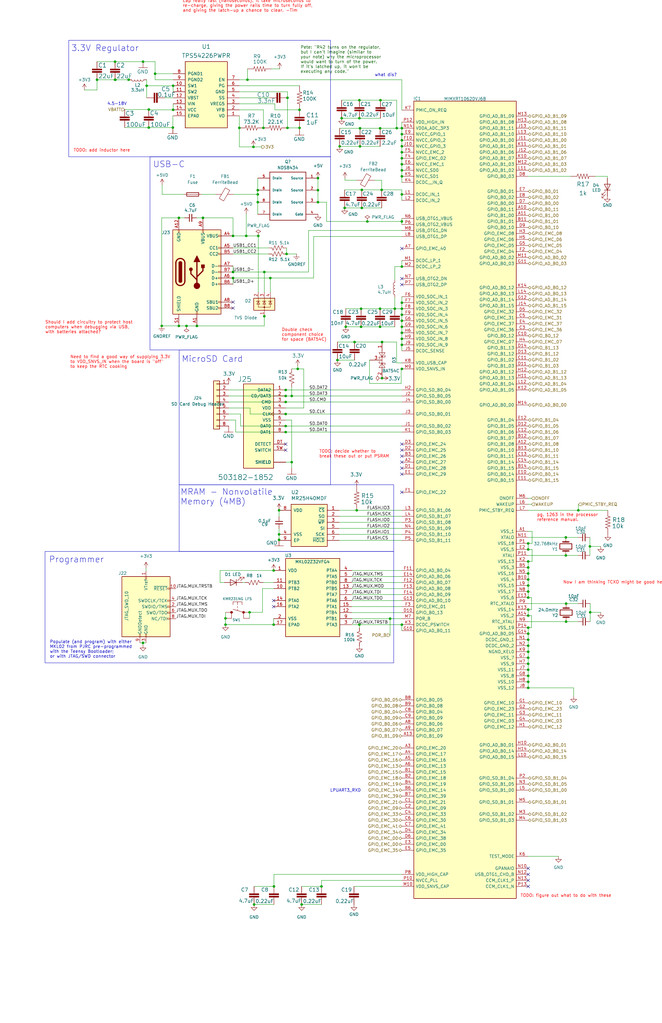
<source format=kicad_sch>
(kicad_sch (version 20230121) (generator eeschema)
  (paper "B" portrait)
  (title_block (title "RT1062_Careful_COTS") (date "2023-11-01") (rev "1.0") (company "Stanford Student Space Initiative") (comment 1 "RE: Flynn Dreilinger") (comment 2 "Reviewer 1: Pete Mahowald") (comment 3 "Reviewer 2: Tim Vrakas") (comment 4 "Reviewer 3: Grant Regen"))
  (bus_alias "3V3_RAIL" (members "3V3" "GND"))
  (bus_alias "I2C" (members "SDA" "SCL"))
  (bus_alias "JTAG" (members "TMS" "TCK" "MOD" "TDI" "TDO" "RST"))
  (bus_alias "Motor" (members "PWM_A" "PWM_B" "PWM_C" "RESET_A" "RESET_B" "RESET_C" "FAULT" "OTW" "M1"))
  (bus_alias "SPI" (members "SCK" "POCI" "PICO" "CS"))
  (junction (at 68.2498 137.541))
  (junction (at 150.5458 215.392))
  (junction (at 127.3048 381.762))
  (junction (at 238.8108 234.442))
  (junction (at 222.9358 277.622))
  (junction (at 48.5648 26.035))
  (junction (at 169.5958 82.042))
  (junction (at 161.2392 159.6136))
  (junction (at 95.1738 263.652))
  (junction (at 222.9358 249.682))
  (junction (at 166.624 130.302))
  (junction (at 222.9358 231.902))
  (junction (at 238.9378 262.382))
  (junction (at 222.9358 247.142))
  (junction (at 222.9358 275.082))
  (junction (at 107.2388 381.762))
  (junction (at 121.3358 41.275))
  (junction (at 169.5958 69.342))
  (junction (at 134.1882 75.184))
  (junction (at 222.9358 252.222))
  (junction (at 160.401 130.302))
  (junction (at 121.3358 53.975))
  (junction (at 73.0758 36.195))
  (junction (at 169.5958 66.802))
  (junction (at 149.6568 144.3736))
  (junction (at 48.6918 33.655))
  (junction (at 123.1138 195.072))
  (junction (at 111.1758 53.975))
  (junction (at 143.3576 61.7728))
  (junction (at 101.0158 53.975))
  (junction (at 151.9428 54.1528))
  (junction (at 161.0868 80.137))
  (junction (at 152.7048 87.757))
  (junction (at 54.2798 33.655))
  (junction (at 115.4938 240.792))
  (junction (at 169.5958 93.472))
  (junction (at 115.6208 374.142))
  (junction (at 169.5958 130.302))
  (junction (at 248.9708 230.632))
  (junction (at 244.094 215.392))
  (junction (at 123.1138 167.132))
  (junction (at 169.5958 112.522))
  (junction (at 120.5738 182.372))
  (junction (at 169.5958 132.842))
  (junction (at 167.4368 54.102))
  (junction (at 72.9488 53.848))
  (junction (at 169.5958 263.652))
  (junction (at 106.9594 62.0014))
  (junction (at 40.9448 33.655))
  (junction (at 85.6488 91.948))
  (junction (at 151.6888 49.911))
  (junction (at 75.4888 91.948))
  (junction (at 222.9358 264.922))
  (junction (at 222.9358 285.242))
  (junction (at 169.5958 127.762))
  (junction (at 169.5958 137.922))
  (junction (at 222.9358 242.062))
  (junction (at 222.9358 282.702))
  (junction (at 169.5958 143.002))
  (junction (at 160.5788 42.291))
  (junction (at 169.5958 74.422))
  (junction (at 152.4 137.922))
  (junction (at 160.401 137.922))
  (junction (at 111.5568 133.477))
  (junction (at 222.9358 244.602))
  (junction (at 125.6538 155.702))
  (junction (at 222.9358 259.842))
  (junction (at 169.5958 59.182))
  (junction (at 65.4558 31.115))
  (junction (at 75.4888 137.5664))
  (junction (at 142.4178 151.9936))
  (junction (at 83.1088 137.5664))
  (junction (at 152.7048 80.137))
  (junction (at 164.6428 261.112))
  (junction (at 61.8998 36.195))
  (junction (at 117.7798 225.552))
  (junction (at 151.6888 42.291))
  (junction (at 120.5738 169.672))
  (junction (at 126.4158 53.975))
  (junction (at 145.923 137.922))
  (junction (at 104.4448 33.655))
  (junction (at 144.1958 49.911))
  (junction (at 222.9358 236.982))
  (junction (at 169.5958 155.702))
  (junction (at 169.5958 64.262))
  (junction (at 161.2392 144.3736))
  (junction (at 108.7882 80.264))
  (junction (at 105.3338 258.445))
  (junction (at 78.7146 137.5664))
  (junction (at 151.9428 61.7728))
  (junction (at 48.5648 33.655))
  (junction (at 155.0416 93.472))
  (junction (at 169.5958 56.642))
  (junction (at 73.0758 46.355))
  (junction (at 169.5958 145.542))
  (junction (at 169.5958 71.882))
  (junction (at 222.9358 239.522))
  (junction (at 120.5738 174.752))
  (junction (at 249.0978 258.445))
  (junction (at 98.3488 114.808))
  (junction (at 108.7882 82.042))
  (junction (at 169.5958 140.462))
  (junction (at 117.7798 215.392))
  (junction (at 120.5738 167.132))
  (junction (at 103.9368 99.568))
  (junction (at 62.7888 53.848))
  (junction (at 134.1882 85.344))
  (junction (at 151.6888 263.652))
  (junction (at 222.9358 270.002))
  (junction (at 222.9358 229.362))
  (junction (at 117.7798 227.838))
  (junction (at 160.4518 54.1528))
  (junction (at 126.4158 46.355))
  (junction (at 222.9358 267.462))
  (junction (at 222.9358 290.322))
  (junction (at 114.0968 117.348))
  (junction (at 169.5958 54.102))
  (junction (at 222.9358 257.302))
  (junction (at 109.0168 99.568))
  (junction (at 169.5958 61.722))
  (junction (at 98.3488 117.348))
  (junction (at 134.1882 80.264))
  (junction (at 222.9358 272.542))
  (junction (at 120.5738 164.592))
  (junction (at 222.9358 280.162))
  (junction (at 108.7882 85.344))
  (junction (at 152.4 130.302))
  (junction (at 98.3488 99.568))
  (junction (at 238.9378 254.762))
  (junction (at 60.3504 271.3228))
  (junction (at 115.4938 263.652))
  (junction (at 238.8108 226.822))
  (junction (at 120.9548 107.188))
  (junction (at 111.5568 114.808))
  (junction (at 145.4658 87.757))
  (junction (at 222.9358 287.782))
  (junction (at 95.1738 260.985))
  (junction (at 169.5958 135.382))
  (junction (at 62.7888 46.228))
  (junction (at 60.3758 26.035))
  (junction (at 120.5738 179.832))
  (junction (at 135.6868 374.142))
  (no_connect (at 169.5958 104.902))
  (no_connect (at 98.3488 130.048))
  (no_connect (at 120.5738 187.452))
  (no_connect (at 169.5958 187.452))
  (no_connect (at 222.9358 374.142))
  (no_connect (at 222.9358 369.062))
  (no_connect (at 115.4938 253.492))
  (no_connect (at 169.5958 189.992))
  (no_connect (at 98.3488 127.508))
  (no_connect (at 222.9358 366.522))
  (no_connect (at 169.5958 200.152))
  (no_connect (at 120.5738 189.992))
  (no_connect (at 169.5958 117.602))
  (no_connect (at 169.5958 207.772))
  (no_connect (at 169.5958 120.142))
  (no_connect (at 169.5958 192.532))
  (no_connect (at 169.5958 197.612))
  (no_connect (at 222.9358 371.602))
  (no_connect (at 169.5958 195.072))
  (no_connect (at 115.4938 256.032))
  (wire (pts (xy 222.9358 275.082) (xy 222.9358 277.622)))
  (wire (pts (xy 111.5568 114.808) (xy 130.2258 114.808)))
  (wire (pts (xy 167.4368 54.102) (xy 169.5958 54.102)))
  (wire (pts (xy 98.3488 107.188) (xy 113.3348 107.188)))
  (wire (pts (xy 123.1138 195.072) (xy 123.1138 197.612)))
  (wire (pts (xy 243.8908 226.822) (xy 238.8108 226.822)))
  (wire (pts (xy 134.1882 75.184) (xy 134.1882 80.264)))
  (wire (pts (xy 95.1738 263.652) (xy 115.4938 263.652)))
  (wire (pts (xy 222.9358 270.002) (xy 222.9358 272.542)))
  (wire (pts (xy 148.5138 245.872) (xy 169.5958 245.872)))
  (wire (pts (xy 101.0158 48.895) (xy 101.0158 53.975)))
  (wire (pts (xy 166.624 130.302) (xy 169.5958 130.302)))
  (wire (pts (xy 222.9358 282.702) (xy 222.9358 285.242)))
  (wire (pts (xy 222.9358 231.902) (xy 224.5868 231.902)))
  (wire (pts (xy 222.9358 244.602) (xy 222.9358 247.142)))
  (wire (pts (xy 120.5738 164.592) (xy 96.52 164.592)))
  (wire (pts (xy 137.8458 85.344) (xy 137.8458 93.472)))
  (wire (pts (xy 249.0978 258.445) (xy 253.5428 258.445)))
  (wire (pts (xy 108.7882 80.264) (xy 108.7882 82.042)))
  (wire (pts (xy 244.094 215.392) (xy 244.094 212.852)))
  (wire (pts (xy 169.5958 51.562) (xy 169.5958 54.102)))
  (wire (pts (xy 135.6868 374.142) (xy 135.6868 371.602)))
  (wire (pts (xy 75.4888 137.5664) (xy 78.7146 137.5664)))
  (wire (pts (xy 160.401 130.302) (xy 166.624 130.302)))
  (wire (pts (xy 40.9448 33.655) (xy 48.5648 33.655)))
  (wire (pts (xy 164.6428 261.112) (xy 169.5958 261.112)))
  (wire (pts (xy 98.3488 117.348) (xy 114.0968 117.348)))
  (wire (pts (xy 52.6288 46.228) (xy 62.7888 46.228)))
  (wire (pts (xy 145.5928 76.073) (xy 150.5458 76.073)))
  (wire (pts (xy 169.5958 93.472) (xy 169.5958 92.202)))
  (wire (pts (xy 169.5958 109.982) (xy 169.5958 112.522)))
  (wire (pts (xy 68.4276 78.105) (xy 68.4276 82.042)))
  (wire (pts (xy 144.1958 42.291) (xy 151.6888 42.291)))
  (wire (pts (xy 253.5428 230.632) (xy 248.9708 230.632)))
  (wire (pts (xy 73.0758 43.815) (xy 73.0758 46.355)))
  (wire (pts (xy 60.3504 271.3228) (xy 61.6204 271.3228)))
  (wire (pts (xy 222.9358 254.762) (xy 238.9378 254.762)))
  (wire (pts (xy 135.6868 371.602) (xy 169.5958 371.602)))
  (wire (pts (xy 150.5458 215.392) (xy 169.5958 215.392)))
  (wire (pts (xy 166.624 112.522) (xy 166.624 118.0084)))
  (wire (pts (xy 62.7888 46.355) (xy 73.0758 46.355)))
  (wire (pts (xy 98.3488 104.648) (xy 113.3348 104.648)))
  (wire (pts (xy 101.0158 41.275) (xy 113.7158 41.275)))
  (wire (pts (xy 222.9358 249.682) (xy 222.9358 252.222)))
  (wire (pts (xy 115.4938 261.112) (xy 115.4938 263.652)))
  (wire (pts (xy 166.624 112.522) (xy 169.5958 112.522)))
  (wire (pts (xy 96.52 169.672) (xy 120.5738 169.672)))
  (wire (pts (xy 106.9594 61.976) (xy 106.934 61.976)))
  (wire (pts (xy 169.5958 99.822) (xy 132.3848 99.822)))
  (wire (pts (xy 169.5958 71.882) (xy 169.5958 74.422)))
  (wire (pts (xy 125.6538 155.702) (xy 128.1938 155.702)))
  (wire (pts (xy 143.1798 220.472) (xy 169.5958 220.472)))
  (wire (pts (xy 92.8878 240.792) (xy 115.4938 240.792)))
  (wire (pts (xy 160.5788 42.291) (xy 167.4368 42.291)))
  (wire (pts (xy 222.9358 280.162) (xy 222.9358 282.702)))
  (wire (pts (xy 249.0978 254.762) (xy 249.0978 258.445)))
  (wire (pts (xy 101.0158 53.975) (xy 101.0158 62.0014)))
  (wire (pts (xy 123.1138 177.292) (xy 123.1138 195.072)))
  (wire (pts (xy 120.9548 104.648) (xy 120.9548 107.188)))
  (wire (pts (xy 68.2498 137.541) (xy 75.3872 137.541)))
  (wire (pts (xy 222.9358 239.522) (xy 222.9358 242.062)))
  (wire (pts (xy 222.9358 287.782) (xy 222.9358 290.322)))
  (wire (pts (xy 60.3758 26.035) (xy 65.4558 26.035)))
  (wire (pts (xy 167.4368 42.291) (xy 167.4368 54.102)))
  (wire (pts (xy 224.5868 229.362) (xy 222.9358 229.362)))
  (wire (pts (xy 143.3576 54.1528) (xy 151.9428 54.1528)))
  (wire (pts (xy 65.4558 33.655) (xy 73.0758 33.655)))
  (wire (pts (xy 160.4518 54.1528) (xy 167.4368 54.1528)))
  (wire (pts (xy 72.9488 48.895) (xy 73.0758 48.895)))
  (wire (pts (xy 222.9358 361.442) (xy 235.712 361.442)))
  (wire (pts (xy 92.8878 240.792) (xy 92.8878 245.872)))
  (wire (pts (xy 48.5648 33.655) (xy 48.6918 33.655)))
  (wire (pts (xy 120.5738 195.072) (xy 123.1138 195.072)))
  (wire (pts (xy 144.1958 49.911) (xy 151.6888 49.911)))
  (wire (pts (xy 145.4658 80.137) (xy 152.7048 80.137)))
  (wire (pts (xy 48.5648 26.035) (xy 60.3758 26.035)))
  (wire (pts (xy 249.0978 262.382) (xy 249.0978 258.445)))
  (wire (pts (xy 62.7888 46.228) (xy 62.7888 46.355)))
  (wire (pts (xy 117.7798 225.552) (xy 117.7798 227.838)))
  (wire (pts (xy 102.2858 245.872) (xy 103.4288 245.872)))
  (wire (pts (xy 117.7798 227.838) (xy 117.7798 228.092)))
  (wire (pts (xy 73.0758 41.275) (xy 69.5198 41.275)))
  (wire (pts (xy 148.5138 263.652) (xy 151.6888 263.652)))
  (wire (pts (xy 59.0804 271.3228) (xy 60.3504 271.3228)))
  (wire (pts (xy 169.5958 94.742) (xy 169.5958 93.472)))
  (wire (pts (xy 127.3048 374.142) (xy 135.6868 374.142)))
  (wire (pts (xy 118.0338 29.083) (xy 118.0338 29.0576)))
  (wire (pts (xy 143.1798 217.932) (xy 169.5958 217.932)))
  (wire (pts (xy 148.5138 256.032) (xy 169.5958 256.032)))
  (wire (pts (xy 101.0158 38.735) (xy 121.3358 38.735)))
  (wire (pts (xy 152.4 137.922) (xy 160.401 137.922)))
  (wire (pts (xy 143.1798 225.552) (xy 169.5958 225.552)))
  (wire (pts (xy 108.7882 82.042) (xy 108.7882 85.344)))
  (wire (pts (xy 222.9358 215.392) (xy 244.094 215.392)))
  (wire (pts (xy 114.0968 117.348) (xy 114.0968 123.317)))
  (wire (pts (xy 95.1738 260.985) (xy 95.1738 263.652)))
  (wire (pts (xy 243.8908 234.442) (xy 238.8108 234.442)))
  (wire (pts (xy 169.5958 127.762) (xy 169.5958 130.302)))
  (wire (pts (xy 169.5958 82.042) (xy 169.5958 84.582)))
  (wire (pts (xy 130.2258 97.282) (xy 169.5958 97.282)))
  (wire (pts (xy 130.2258 114.808) (xy 130.2258 97.282)))
  (wire (pts (xy 48.6918 33.655) (xy 54.2798 33.655)))
  (wire (pts (xy 110.7948 258.445) (xy 105.3338 258.445)))
  (wire (pts (xy 169.5958 130.302) (xy 169.5958 132.842)))
  (wire (pts (xy 73.0758 31.115) (xy 65.4558 31.115)))
  (wire (pts (xy 224.3328 257.302) (xy 222.9358 257.302)))
  (wire (pts (xy 48.5648 33.655) (xy 48.5648 33.528)))
  (wire (pts (xy 65.4558 26.035) (xy 65.4558 31.115)))
  (wire (pts (xy 109.0168 123.317) (xy 109.0168 99.568)))
  (wire (pts (xy 40.9448 33.655) (xy 40.9448 37.973)))
  (wire (pts (xy 99.4664 177.292) (xy 99.4664 182.372)))
  (wire (pts (xy 98.3488 91.948) (xy 98.3488 99.568)))
  (wire (pts (xy 111.1758 46.355) (xy 111.1758 53.975)))
  (wire (pts (xy 143.1798 215.392) (xy 150.5458 215.392)))
  (wire (pts (xy 61.6204 239.8268) (xy 61.6204 240.8428)))
  (wire (pts (xy 169.5958 80.137) (xy 169.5958 82.042)))
  (wire (pts (xy 83.1088 137.5664) (xy 111.5568 137.5664)))
  (wire (pts (xy 169.5958 61.722) (xy 169.5958 64.262)))
  (wire (pts (xy 148.5138 258.572) (xy 169.5958 258.572)))
  (wire (pts (xy 244.094 215.392) (xy 256.54 215.392)))
  (wire (pts (xy 151.9428 54.1528) (xy 151.9428 56.6928)))
  (wire (pts (xy 222.9358 212.852) (xy 224.282 212.852)))
  (wire (pts (xy 169.5958 56.642) (xy 169.5958 59.182)))
  (wire (pts (xy 105.5624 174.752) (xy 120.5738 174.752)))
  (wire (pts (xy 145.923 130.302) (xy 152.4 130.302)))
  (wire (pts (xy 111.5568 133.4008) (xy 111.5568 133.477)))
  (wire (pts (xy 169.5958 69.342) (xy 169.5958 71.882)))
  (wire (pts (xy 98.3488 112.268) (xy 98.3488 114.808)))
  (wire (pts (xy 145.4658 87.757) (xy 152.7048 87.757)))
  (wire (pts (xy 104.4448 33.655) (xy 169.5958 33.655)))
  (wire (pts (xy 169.5958 333.502) (xy 169.6212 333.502)))
  (wire (pts (xy 68.2498 91.948) (xy 75.4888 91.948)))
  (wire (pts (xy 111.5568 137.5664) (xy 111.5568 133.477)))
  (wire (pts (xy 222.9358 74.422) (xy 240.9698 74.422)))
  (wire (pts (xy 151.9428 54.1528) (xy 160.4518 54.1528)))
  (wire (pts (xy 164.6428 261.112) (xy 164.6428 268.097)))
  (wire (pts (xy 222.9358 226.822) (xy 238.8108 226.822)))
  (wire (pts (xy 167.386 153.162) (xy 169.5958 153.162)))
  (wire (pts (xy 222.9358 267.462) (xy 222.9358 270.002)))
  (wire (pts (xy 151.6888 49.911) (xy 160.5788 49.911)))
  (wire (pts (xy 244.0178 262.382) (xy 238.9378 262.382)))
  (wire (pts (xy 169.5958 125.222) (xy 169.5958 127.762)))
  (wire (pts (xy 107.2388 381.762) (xy 115.6208 381.762)))
  (wire (pts (xy 116.0018 46.355) (xy 126.4158 46.355)))
  (wire (pts (xy 123.1138 163.322) (xy 123.1138 167.132)))
  (wire (pts (xy 169.5958 59.182) (xy 169.5958 61.722)))
  (wire (pts (xy 222.9358 252.222) (xy 224.3328 252.222)))
  (wire (pts (xy 120.5738 179.832) (xy 101.5492 179.832)))
  (wire (pts (xy 117.7798 218.059) (xy 117.7798 215.392)))
  (wire (pts (xy 148.5138 243.332) (xy 169.5958 243.332)))
  (wire (pts (xy 145.5928 75.311) (xy 145.5928 76.073)))
  (wire (pts (xy 132.3848 117.348) (xy 114.0968 117.348)))
  (wire (pts (xy 152.7048 87.757) (xy 161.0868 87.757)))
  (wire (pts (xy 110.4646 62.0014) (xy 106.9594 62.0014)))
  (wire (pts (xy 108.7882 75.184) (xy 108.7882 80.264)))
  (wire (pts (xy 169.5958 64.262) (xy 169.5958 66.802)))
  (wire (pts (xy 161.0868 80.137) (xy 169.5958 80.137)))
  (wire (pts (xy 75.3872 137.5664) (xy 75.4888 137.5664)))
  (wire (pts (xy 103.9368 99.568) (xy 109.0168 99.568)))
  (wire (pts (xy 222.9358 236.982) (xy 222.9358 239.522)))
  (wire (pts (xy 95.1738 258.445) (xy 95.1738 260.985)))
  (wire (pts (xy 244.0178 254.762) (xy 238.9378 254.762)))
  (wire (pts (xy 117.7798 215.138) (xy 117.7798 215.392)))
  (wire (pts (xy 101.0158 33.655) (xy 104.4448 33.655)))
  (wire (pts (xy 111.0488 245.872) (xy 115.4938 245.872)))
  (wire (pts (xy 155.956 161.8488) (xy 169.3164 161.8488)))
  (wire (pts (xy 132.3848 99.822) (xy 132.3848 117.348)))
  (wire (pts (xy 114.6048 29.083) (xy 118.0338 29.0576)))
  (wire (pts (xy 75.3872 137.5664) (xy 75.3872 137.541)))
  (wire (pts (xy 222.9358 224.282) (xy 224.5868 224.282)))
  (wire (pts (xy 169.5958 143.002) (xy 169.5958 145.542)))
  (wire (pts (xy 68.2498 137.541) (xy 68.2498 91.948)))
  (wire (pts (xy 142.4178 144.3736) (xy 149.6568 144.3736)))
  (wire (pts (xy 103.9368 99.568) (xy 98.3488 99.568)))
  (wire (pts (xy 96.52 167.132) (xy 120.5738 167.132)))
  (wire (pts (xy 92.8878 245.872) (xy 94.6658 245.872)))
  (wire (pts (xy 224.5868 236.982) (xy 222.9358 236.982)))
  (wire (pts (xy 149.4028 374.142) (xy 169.5958 374.142)))
  (wire (pts (xy 121.3358 41.275) (xy 121.3358 53.975)))
  (wire (pts (xy 151.6888 42.291) (xy 160.5788 42.291)))
  (wire (pts (xy 126.4158 53.975) (xy 126.4158 54.483)))
  (wire (pts (xy 72.9488 48.895) (xy 72.9488 53.848)))
  (wire (pts (xy 143.3576 61.7728) (xy 151.9428 61.7728)))
  (wire (pts (xy 152.4 130.302) (xy 160.401 130.302)))
  (wire (pts (xy 222.9358 257.302) (xy 222.9358 259.842)))
  (wire (pts (xy 155.956 151.9936) (xy 155.956 161.8488)))
  (wire (pts (xy 222.9358 264.922) (xy 222.9358 267.462)))
  (wire (pts (xy 151.6888 265.049) (xy 151.6888 263.652)))
  (wire (pts (xy 148.5138 253.492) (xy 169.5958 253.492)))
  (wire (pts (xy 101.0158 43.815) (xy 116.0018 43.815)))
  (wire (pts (xy 98.2218 117.348) (xy 98.3488 117.348)))
  (wire (pts (xy 105.5624 172.212) (xy 105.5624 174.752)))
  (wire (pts (xy 148.5138 248.412) (xy 169.5958 248.412)))
  (wire (pts (xy 137.8458 93.472) (xy 155.0416 93.472)))
  (wire (pts (xy 224.5868 231.902) (xy 224.5868 236.982)))
  (wire (pts (xy 105.3338 258.445) (xy 105.3338 260.985)))
  (wire (pts (xy 120.5738 169.672) (xy 169.5958 169.672)))
  (wire (pts (xy 224.5868 224.282) (xy 224.5868 229.362)))
  (wire (pts (xy 169.3164 161.8488) (xy 169.3164 155.702)))
  (wire (pts (xy 121.3358 53.975) (xy 126.4158 53.975)))
  (wire (pts (xy 169.5958 132.842) (xy 169.5958 135.382)))
  (wire (pts (xy 167.4368 54.1528) (xy 167.4368 54.102)))
  (wire (pts (xy 117.7798 223.139) (xy 117.7798 225.552)))
  (wire (pts (xy 222.9358 272.542) (xy 222.9358 275.082)))
  (wire (pts (xy 222.9358 247.142) (xy 222.9358 249.682)))
  (wire (pts (xy 83.1088 137.5664) (xy 83.1088 137.668)))
  (wire (pts (xy 101.0158 62.0014) (xy 106.9594 62.0014)))
  (wire (pts (xy 222.9358 210.312) (xy 224.282 210.312)))
  (wire (pts (xy 248.9708 234.442) (xy 248.9708 230.632)))
  (wire (pts (xy 107.2388 374.142) (xy 115.6208 374.142)))
  (wire (pts (xy 169.5958 137.922) (xy 169.5958 140.462)))
  (wire (pts (xy 143.1798 223.012) (xy 169.5958 223.012)))
  (wire (pts (xy 169.5958 66.802) (xy 169.5958 69.342)))
  (wire (pts (xy 111.5568 114.808) (xy 111.5568 123.317)))
  (wire (pts (xy 134.1882 85.344) (xy 137.8458 85.344)))
  (wire (pts (xy 98.3488 117.348) (xy 98.3488 119.888)))
  (wire (pts (xy 169.5958 145.542) (xy 169.5958 148.082)))
  (wire (pts (xy 106.9594 61.976) (xy 106.9594 62.0014)))
  (wire (pts (xy 142.4178 151.9936) (xy 149.6568 151.9936)))
  (wire (pts (xy 134.1882 80.264) (xy 134.1882 85.344)))
  (wire (pts (xy 61.8998 36.195) (xy 61.8998 41.275)))
  (wire (pts (xy 169.3164 155.702) (xy 169.5958 155.702)))
  (wire (pts (xy 125.6538 155.702) (xy 125.6538 154.432)))
  (wire (pts (xy 121.3358 38.735) (xy 121.3358 41.275)))
  (wire (pts (xy 167.386 144.3736) (xy 167.386 153.162)))
  (wire (pts (xy 169.5958 135.382) (xy 169.5958 137.922)))
  (wire (pts (xy 224.3328 264.922) (xy 222.9358 264.922)))
  (wire (pts (xy 65.4558 31.115) (xy 65.4558 33.655)))
  (wire (pts (xy 96.52 172.212) (xy 105.5624 172.212)))
  (wire (pts (xy 248.9708 230.632) (xy 248.9708 226.822)))
  (wire (pts (xy 222.9358 290.322) (xy 242.1128 290.322)))
  (wire (pts (xy 101.5492 179.832) (xy 101.5492 174.752)))
  (wire (pts (xy 60.3504 272.2118) (xy 60.3504 271.3228)))
  (wire (pts (xy 120.5738 179.832) (xy 169.5958 179.832)))
  (wire (pts (xy 108.7882 85.344) (xy 108.7882 90.424)))
  (wire (pts (xy 222.9358 285.242) (xy 222.9358 287.782)))
  (wire (pts (xy 169.5958 263.652) (xy 169.5958 266.192)))
  (wire (pts (xy 99.4664 182.372) (xy 120.5738 182.372)))
  (wire (pts (xy 120.5738 182.372) (xy 169.5958 182.372)))
  (wire (pts (xy 155.0416 93.472) (xy 169.5958 93.472)))
  (wire (pts (xy 222.9358 277.622) (xy 222.9358 280.162)))
  (wire (pts (xy 161.0868 76.073) (xy 161.0868 80.137)))
  (wire (pts (xy 224.3328 259.842) (xy 224.3328 264.922)))
  (wire (pts (xy 104.4448 29.083) (xy 104.4448 33.655)))
  (wire (pts (xy 101.0158 36.195) (xy 126.4158 36.195)))
  (wire (pts (xy 96.52 177.292) (xy 99.4664 177.292)))
  (wire (pts (xy 48.5648 33.528) (xy 48.6918 33.528)))
  (wire (pts (xy 158.1658 76.073) (xy 161.0868 76.073)))
  (wire (pts (xy 123.1138 167.132) (xy 169.5958 167.132)))
  (wire (pts (xy 148.5138 250.952) (xy 169.5958 250.952)))
  (wire (pts (xy 110.7948 248.412) (xy 115.4938 248.412)))
  (wire (pts (xy 169.5958 74.422) (xy 169.5958 76.962)))
  (wire (pts (xy 103.9368 90.297) (xy 103.9368 99.568)))
  (wire (pts (xy 222.9358 259.842) (xy 224.3328 259.842)))
  (wire (pts (xy 52.6288 53.848) (xy 62.7888 53.848)))
  (wire (pts (xy 149.6568 144.3736) (xy 161.2392 144.3736)))
  (wire (pts (xy 155.956 151.9936) (xy 156.1592 151.9936)))
  (wire (pts (xy 61.8998 36.195) (xy 73.0758 36.195)))
  (wire (pts (xy 68.4276 82.042) (xy 77.5208 82.042)))
  (wire (pts (xy 115.6208 374.142) (xy 115.6208 369.062)))
  (wire (pts (xy 48.6918 33.655) (xy 48.6918 33.528)))
  (wire (pts (xy 40.9448 37.973) (xy 35.6108 37.973)))
  (wire (pts (xy 98.6028 82.042) (xy 108.7882 82.042)))
  (wire (pts (xy 98.3488 114.808) (xy 111.5568 114.808)))
  (wire (pts (xy 148.5138 261.112) (xy 164.6428 261.112)))
  (wire (pts (xy 127.3048 381.762) (xy 135.6868 381.762)))
  (wire (pts (xy 169.5958 33.655) (xy 169.5958 46.482)))
  (wire (pts (xy 115.6208 369.062) (xy 169.5958 369.062)))
  (wire (pts (xy 120.5738 177.292) (xy 123.1138 177.292)))
  (wire (pts (xy 82.9818 91.948) (xy 85.6488 91.948)))
  (wire (pts (xy 166.624 125.6284) (xy 166.624 130.302)))
  (wire (pts (xy 169.5958 155.702) (xy 169.6212 155.702)))
  (wire (pts (xy 101.0158 46.355) (xy 111.1758 46.355)))
  (wire (pts (xy 224.3328 252.222) (xy 224.3328 257.302)))
  (wire (pts (xy 169.5958 140.462) (xy 169.5958 143.002)))
  (wire (pts (xy 151.9428 61.7728) (xy 160.4518 61.7728)))
  (wire (pts (xy 120.5738 174.752) (xy 169.5958 174.752)))
  (wire (pts (xy 73.0758 38.735) (xy 73.0758 36.195)))
  (wire (pts (xy 242.1128 290.322) (xy 242.1128 293.878)))
  (wire (pts (xy 161.2392 144.3736) (xy 167.386 144.3736)))
  (wire (pts (xy 55.1688 33.655) (xy 54.2798 33.655)))
  (wire (pts (xy 120.5738 167.132) (xy 123.1138 167.132)))
  (wire (pts (xy 85.1408 82.042) (xy 90.9828 82.042)))
  (wire (pts (xy 145.923 137.922) (xy 152.4 137.922)))
  (wire (pts (xy 143.1798 228.092) (xy 169.5958 228.092)))
  (wire (pts (xy 85.6488 91.948) (xy 98.3488 91.948)))
  (wire (pts (xy 256.3368 74.422) (xy 256.3368 75.184)))
  (wire (pts (xy 120.9548 107.188) (xy 125.1458 107.188)))
  (wire (pts (xy 169.5958 54.102) (xy 169.5958 56.642)))
  (wire (pts (xy 222.9358 234.442) (xy 238.8108 234.442)))
  (wire (pts (xy 40.9448 26.035) (xy 48.5648 26.035)))
  (wire (pts (xy 62.7888 53.848) (xy 72.9488 53.848)))
  (wire (pts (xy 78.7146 137.5664) (xy 83.1088 137.5664)))
  (wire (pts (xy 75.4888 137.5664) (xy 75.4888 137.668)))
  (wire (pts (xy 116.0018 43.815) (xy 116.0018 46.355)))
  (wire (pts (xy 251.1298 74.422) (xy 256.3368 74.422)))
  (wire (pts (xy 123.1138 155.702) (xy 125.6538 155.702)))
  (wire (pts (xy 222.9358 262.382) (xy 238.9378 262.382)))
  (wire (pts (xy 75.4888 91.948) (xy 77.9018 91.948)))
  (wire (pts (xy 128.1938 155.702) (xy 128.1938 172.212)))
  (wire (pts (xy 222.9358 229.362) (xy 222.9358 231.902)))
  (wire (pts (xy 101.5492 174.752) (xy 96.52 174.752)))
  (wire (pts (xy 152.7048 80.137) (xy 161.0868 80.137)))
  (wire (pts (xy 160.401 137.922) (xy 166.624 137.922)))
  (wire (pts (xy 61.8998 33.655) (xy 61.8998 36.195)))
  (wire (pts (xy 120.5738 172.212) (xy 128.1938 172.212)))
  (wire (pts (xy 148.5138 240.792) (xy 169.5958 240.792)))
  (wire (pts (xy 120.5738 164.592) (xy 169.5958 164.592)))
  (wire (pts (xy 151.6888 263.652) (xy 169.5958 263.652)))
  (wire (pts (xy 110.7948 248.412) (xy 110.7948 258.445)))
  (wire (pts (xy 222.9358 242.062) (xy 222.9358 244.602)))
  (rectangle (start 63.2968 66.167) (end 139.4968 147.701))
  (rectangle (start 29.0068 17.018) (end 139.4968 66.167))
  (rectangle (start 18.9992 232.7656) (end 166.1668 279.781))
  (rectangle (start 75.6158 204.597) (end 166.1668 232.791))
  (rectangle (start 75.6158 147.701) (end 139.4968 204.597))
  (text "3.3V Regulator" (at 30.0228 21.971 0) (effects (font (size 2.54 2.54)) (justify left bottom)))
  (text "TODO: add inductor here" (at 31.0134 64.2874 0) (effects (font (size 1.27 1.27)) (justify left bottom)))
  (text "USB-C\n" (at 64.5668 70.993 0) (effects (font (size 2.54 2.54)) (justify left bottom)))
  (text "Now I am thinking TCXO might be good here." (at 237.6678 246.6086 0) (effects (font (size 1.27 1.27)) (justify left bottom)))
  (text "TODO: figure out what to do with these\n" (at 219.6338 378.8664 0) (effects (font (size 1.27 1.27)) (justify left bottom)))
  (text "A latch up does not necessarily cause the CPU has crashed. \nIn fact it generally does not, and a software protection \nthat detects increased current and power cycles the chip \nis totally valid. If you want to actually do this, you \nshould do some analysis of the timing. A common way to \ndo this is to have a capacitor on the enable pin, with \na weak pull-up, and then an N-FET to ground. When you \nturn on the GPIO, it turns on the FET, which drains the\ncap really fast (nanoseconds). It take microseconds to \nre-charge, giving the power rails time to turn fully off, \nand giving the latch-up a chance to clear. -Tim" (at 77.0636 5.2832 0) (effects (font (size 1.27 1.27)) (justify left bottom)))
  (text "MicroSD Card" (at 76.6318 153.162 0) (effects (font (size 2.54 2.54)) (justify left bottom)))
  (text "TODO: decide whether to \nbreak these out or put PSRAM" (at 134.6962 193.421 0) (effects (font (size 1.27 1.27)) (justify left bottom)))
  (text "LPUART3_RXD" (at 139.2936 334.4672 0) (effects (font (size 1.27 1.27)) (justify left bottom)))
  (text "Programmer" (at 20.6248 237.7948 0) (effects (font (size 2.54 2.54)) (justify left bottom)))
  (text "Pete: \"R42 turns on the regulator, \nbut I can't imagine (similar to \nyour note) why the microprocessor\nwould want to turn of the power.  \nIf it's latched up, it won't be \nexecuting any code.\"\n" (at 126.8222 31.0896 0) (effects (font (size 1.27 1.27)) (justify left bottom)))
  (text "Populate (and program) with either \nMKL02 from PJRC pre-programmed \nwith the Teensy Bootloader;\nor with JTAG/SWD connector" (at 20.9804 277.9268 0) (effects (font (size 1.27 1.27)) (justify left bottom)))
  (text "4.5-18V\n" (at 45.2374 44.6278 0) (effects (font (size 1.27 1.27)) (justify left bottom)))
  (text "what dis?\n" (at 158.1404 32.4612 0) (effects (font (size 1.27 1.27)) (justify left bottom)))
  (text "Should I add circuitry to protect host \ncomputers when debugging via USB, \nwith batteries attached?" (at 19.05 140.97 0) (effects (font (size 1.27 1.27)) (justify left bottom)))
  (text "pg. 1263 in the processor \nreference manual." (at 226.6188 220.218 0) (effects (font (size 1.27 1.27)) (justify left bottom)))
  (text "Double check \ncomponent choice \nfor space (BAT54C)\n\n\n" (at 118.872 148.2344 0) (effects (font (size 1.27 1.27)) (justify left bottom)))
  (text "MRAM - Nonvolatile\nMemory (4MB)" (at 76.1238 213.36 0) (effects (font (size 2.54 2.54)) (justify left bottom)))
  (text "Need to find a good way of supplying 3.3V\nto VDD_SNVS_IN when the board is \"off\" \nto keep the RTC cooking\n" (at 29.6164 155.6004 0) (effects (font (size 1.27 1.27)) (justify left bottom)))
  (label "SD.DAT2" (at 130.4798 164.592 0))
  (label "FLASH.IO2" (at 154.8638 223.012 0))
  (label "FLASH.SCK" (at 154.8638 217.932 0))
  (label "USB1_D+" (at 98.3488 119.761 0))
  (label "FLASH.CS" (at 154.8638 228.092 0))
  (label "JTAG.MUX.TDO" (at 161.5948 253.492 180))
  (label "JTAG.MUX.TDI" (at 160.9598 250.952 180))
  (label "SD.DAT1" (at 130.4798 182.372 0))
  (label "FLASH.IO0" (at 154.8638 220.472 0))
  (label "SD.CMD" (at 130.4798 169.672 0))
  (label "JTAG.MUX.TRSTB" (at 74.3204 248.4628 0))
  (label "FLASH.IO3" (at 154.8638 215.392 0))
  (label "JTAG.MUX.TRSTB" (at 163.7538 263.652 180))
  (label "FLASH.IO1" (at 154.8384 225.552 0))
  (label "JTAG.MUX.TMS" (at 74.3204 256.0828 0))
  (label "JTAG.MUX.TDI" (at 74.3204 261.1628 0))
  (label "USB1_D-" (at 98.3488 114.808 0))
  (label "JTAG.MUX.TMS" (at 161.7218 243.332 180))
  (label "SD.CLK" (at 130.4798 174.752 0))
  (label "JTAG.MUX.TDO" (at 74.3204 258.6228 0))
  (label "JTAG.MUX.MOD" (at 162.1028 248.412 180))
  (label "USB1_CC1" (at 98.3488 104.648 0))
  (label "JTAG.MUX.TCK" (at 74.3204 253.5428 0))
  (label "SD.DAT3" (at 130.4798 167.132 0))
  (label "SD.DAT0" (at 130.4798 179.832 0))
  (label "USB1_CC2" (at 98.3488 107.188 0))
  (label "JTAG.MUX.TCK" (at 161.4678 245.872 180))
  (hierarchical_label "GPIO_B1_15" (shape bidirectional) (at 222.9358 197.612 0))
  (hierarchical_label "WAKEUP" (shape input) (at 224.282 212.852 0))
  (hierarchical_label "GPIO_B1_10" (shape bidirectional) (at 222.9358 189.992 0))
  (hierarchical_label "3V3" (shape output) (at 110.4646 62.0014 0))
  (hierarchical_label "PMIC_STBY_REQ" (shape input) (at 244.094 212.852 0))
  (hierarchical_label "GPIO_B1_11" (shape bidirectional) (at 222.9358 192.532 0))
  (hierarchical_label "GPIO_SD_B1_02" (shape bidirectional) (at 222.9358 343.662 0))
  (hierarchical_label "GPIO_AD_B1_08" (shape bidirectional) (at 222.9358 51.562 0))
  (hierarchical_label "GPIO_B1_08" (shape bidirectional) (at 222.9358 187.452 0))
  (hierarchical_label "GPIO_B0_00" (shape bidirectional) (at 222.9358 85.852 0))
  (hierarchical_label "GPIO_EMC_30" (shape bidirectional) (at 169.5958 346.202 180))
  (hierarchical_label "GPIO_EMC_10" (shape bidirectional) (at 222.9358 296.672 0))
  (hierarchical_label "GPIO_AD_B0_14" (shape bidirectional) (at 222.9358 316.992 0))
  (hierarchical_label "GPIO_AD_B1_12" (shape bidirectional) (at 222.9358 156.972 0))
  (hierarchical_label "GPIO_SD_B1_04" (shape bidirectional) (at 222.9358 328.422 0))
  (hierarchical_label "GPIO_B1_05" (shape bidirectional) (at 222.9358 179.832 0))
  (hierarchical_label "GPIO_B0_05" (shape bidirectional) (at 169.5958 295.402 180))
  (hierarchical_label "GPIO_AD_B1_13" (shape bidirectional) (at 222.9358 159.512 0))
  (hierarchical_label "GPIO_EMC_03" (shape bidirectional) (at 222.9358 304.292 0))
  (hierarchical_label "GPIO_AD_B1_14" (shape bidirectional) (at 222.9358 126.492 0))
  (hierarchical_label "GPIO_AD_B1_15" (shape bidirectional) (at 222.9358 129.032 0))
  (hierarchical_label "GPIO_EMC_09" (shape bidirectional) (at 169.5958 341.122 180))
  (hierarchical_label "GPIO_B0_04" (shape bidirectional) (at 169.5958 300.482 180))
  (hierarchical_label "GPIO_EMC_11" (shape bidirectional) (at 222.9358 301.752 0))
  (hierarchical_label "GPIO_AD_B1_00" (shape bidirectional) (at 222.9358 59.182 0))
  (hierarchical_label "GPIO_EMC_08" (shape bidirectional) (at 222.9358 98.552 0))
  (hierarchical_label "GPIO_AD_B0_01" (shape bidirectional) (at 222.9358 314.452 0))
  (hierarchical_label "GPIO_AD_B1_06" (shape bidirectional) (at 222.9358 64.262 0))
  (hierarchical_label "GPIO_EMC_21" (shape bidirectional) (at 169.5958 338.582 180))
  (hierarchical_label "GPIO_SD_B1_01" (shape bidirectional) (at 222.9358 338.582 0))
  (hierarchical_label "GPIO_EMC_12" (shape bidirectional) (at 222.9358 306.832 0))
  (hierarchical_label "GPIO_B0_12" (shape bidirectional) (at 222.9358 141.732 0))
  (hierarchical_label "GPIO_EMC_00" (shape bidirectional) (at 169.5958 353.822 180))
  (hierarchical_label "GPIO_EMC_00" (shape bidirectional) (at 169.5958 356.362 180))
  (hierarchical_label "GPIO_AD_B0_02" (shape bidirectional) (at 222.9358 108.712 0))
  (hierarchical_label "GPIO_EMC_04" (shape bidirectional) (at 222.9358 106.172 0))
  (hierarchical_label "GPIO_EMC_41" (shape bidirectional) (at 169.5958 348.742 180))
  (hierarchical_label "GPIO_EMC_20" (shape bidirectional) (at 169.5958 315.722 180))
  (hierarchical_label "GPIO_EMC_37" (shape bidirectional) (at 222.9358 136.652 0))
  (hierarchical_label "GPIO_B1_03" (shape bidirectional) (at 222.9358 154.432 0))
  (hierarchical_label "GPIO_EMC_14" (shape bidirectional) (at 169.6212 333.502 180))
  (hierarchical_label "GPIO_AD_B0_03" (shape bidirectional) (at 222.9358 111.252 0))
  (hierarchical_label "GPIO_SD_B1_00" (shape bidirectional) (at 222.9358 333.502 0))
  (hierarchical_label "GPIO_B1_09" (shape bidirectional) (at 169.5958 310.642 180))
  (hierarchical_label "GPIO_AD_B0_15" (shape bidirectional) (at 222.9358 319.532 0))
  (hierarchical_label "GPIO_B1_00" (shape bidirectional) (at 222.9358 90.932 0))
  (hierarchical_label "GPIO_EMC_33" (shape bidirectional) (at 169.5958 343.662 180))
  (hierarchical_label "GPIO_B0_09" (shape bidirectional) (at 169.5958 303.022 180))
  (hierarchical_label "GPIO_EMC_18" (shape bidirectional) (at 169.5958 328.422 180))
  (hierarchical_label "GPIO_AD_B0_13" (shape bidirectional) (at 222.9358 123.952 0))
  (hierarchical_label "GPIO_B0_06" (shape bidirectional) (at 169.5958 305.562 180))
  (hierarchical_label "GPIO_B0_08" (shape bidirectional) (at 169.5958 297.942 180))
  (hierarchical_label "GPIO_AD_B1_04" (shape bidirectional) (at 222.9358 162.052 0))
  (hierarchical_label "GPIO_EMC_39" (shape bidirectional) (at 169.5958 336.042 180))
  (hierarchical_label "GPIO_EMC_15" (shape bidirectional) (at 169.5958 325.882 180))
  (hierarchical_label "GPIO_AD_B1_03" (shape bidirectional) (at 222.9358 69.342 0))
  (hierarchical_label "GPIO_B0_14" (shape bidirectional) (at 222.9358 200.152 0))
  (hierarchical_label "GPIO_EMC_06" (shape bidirectional) (at 222.9358 101.092 0))
  (hierarchical_label "GPIO_AD_B0_12" (shape bidirectional) (at 222.9358 121.412 0))
  (hierarchical_label "GPIO_EMC_35" (shape bidirectional) (at 169.5958 358.902 180))
  (hierarchical_label "GPIO_AD_B1_11" (shape bidirectional) (at 222.9358 54.102 0))
  (hierarchical_label "GPIO_SD_B1_03" (shape bidirectional) (at 222.9358 346.202 0))
  (hierarchical_label "GPIO_B1_13" (shape bidirectional) (at 222.9358 146.812 0))
  (hierarchical_label "GPIO_EMC_13" (shape bidirectional) (at 169.5958 323.342 180))
  (hierarchical_label "GPIO_B1_12" (shape bidirectional) (at 222.9358 149.352 0))
  (hierarchical_label "GPIO_B1_06" (shape bidirectional) (at 222.9358 182.372 0))
  (hierarchical_label "GPIO_EMC_34" (shape bidirectional) (at 169.5958 351.282 180))
  (hierarchical_label "GPIO_SD_B1_05" (shape bidirectional) (at 222.9358 330.962 0))
  (hierarchical_label "GPIO_B1_07" (shape bidirectional) (at 222.9358 184.912 0))
  (hierarchical_label "GPIO_B1_15" (shape bidirectional) (at 222.9358 202.692 0))
  (hierarchical_label "GPIO_B0_07" (shape bidirectional) (at 169.5958 308.102 180))
  (hierarchical_label "GPIO_AD_B1_10" (shape bidirectional) (at 222.9358 56.642 0))
  (hierarchical_label "GPIO_EMC_32" (shape bidirectional) (at 222.9358 131.572 0))
  (hierarchical_label "GPIO_B1_04" (shape bidirectional) (at 222.9358 177.292 0))
  (hierarchical_label "GPIO_B0_01" (shape bidirectional) (at 222.9358 80.772 0))
  (hierarchical_label "VBATT" (shape input) (at 52.6288 46.228 180))
  (hierarchical_label "GPIO_AD_B1_01" (shape bidirectional) (at 222.9358 61.722 0))
  (hierarchical_label "GPIO_B1_02" (shape bidirectional) (at 222.9358 151.892 0))
  (hierarchical_label "GPIO_B0_11" (shape bidirectional) (at 222.9358 88.392 0))
  (hierarchical_label "GPIO_EMC_05" (shape bidirectional) (at 222.9358 103.632 0))
  (hierarchical_label "GPIO_EMC_36" (shape bidirectional) (at 222.9358 139.192 0))
  (hierarchical_label "ONOFF" (shape input) (at 224.282 210.312 0))
  (hierarchical_label "GPIO_AD_B1_07" (shape bidirectional) (at 222.9358 66.802 0))
  (hierarchical_label "GPIO_EMC_19" (shape bidirectional) (at 169.5958 330.962 180))
  (hierarchical_label "GPIO_EMC_07" (shape bidirectional) (at 222.9358 144.272 0))
  (hierarchical_label "GPIO_AD_B1_02" (shape bidirectional) (at 222.9358 71.882 0))
  (hierarchical_label "GPIO_AD_B1_09" (shape bidirectional) (at 222.9358 49.022 0))
  (hierarchical_label "GPIO_B0_02" (shape bidirectional) (at 222.9358 83.312 0))
  (hierarchical_label "GPIO_EMC_23" (shape bidirectional) (at 222.9358 299.212 0))
  (hierarchical_label "GPIO_B0_10" (shape bidirectional) (at 222.9358 96.012 0))
  (hierarchical_label "GPIO_EMC_17" (shape bidirectional) (at 169.5958 318.262 180))
  (hierarchical_label "GPIO_AD_B1_05" (shape bidirectional) (at 222.9358 164.592 0))
  (hierarchical_label "POR_B" (shape input) (at 164.6428 268.097 180))
  (hierarchical_label "GPIO_EMC_31" (shape bidirectional) (at 222.9358 134.112 0))
  (hierarchical_label "GPIO_EMC_16" (shape bidirectional) (at 169.5958 320.802 180))
  (hierarchical_label "GPIO_AD_B0_00" (shape bidirectional) (at 222.9358 170.942 0))
  (hierarchical_label "GPIO_B1_01" (shape bidirectional) (at 222.9358 93.472 0))
  (hierarchical_label "GPIO_B1_14" (shape bidirectional) (at 222.9358 195.072 0))
  (symbol (lib_id "Device:R_US") (at 151.6888 268.859 0) (mirror x) (unit 1)
    (property "Reference" "R16" (at 147.6248 267.97 0))
    (property "Value" "100k" (at 147.4978 270.002 0))
    (property "Footprint" "Resistor_SMD:R_0603_1608Metric" (effects hide))
    (property "Description" "10k 0603" (effects hide))
    (instances (project "adcs-hardware" (path "" (reference "R16") (unit 1))) (project "mainboard" (path "" (reference "R?") (unit 1))))
  )
  (symbol (lib_id "Device:L") (at 58.0898 33.655 270) (unit 1)
    (property "Reference" "L2" (at 58.0898 35.941 90))
    (property "Value" "3.3uH" (at 58.0898 37.973 90))
    (property "Footprint" "mainboard:L_2141" (effects hide))
    (property "Datasheet" "https://datasheet.lcsc.com/lcsc/2009171412_TAI-TECH-HPC5040NF-3R3MTH_C304367.pdf" (effects hide))
    (property "Description" "3.3uH Shielded Inductor" (effects hide))
    (property "Flight" "SPM5030T-3R3M-HZ" (effects hide))
    (property "Manufacturer_Name" "TAI-TECH" (effects hide))
    (property "Proto" "HPC5040NF-3R3MTH" (effects hide))
    (instances (project "adcs-hardware" (path "" (reference "L2") (unit 1))) (project "mainboard" (path "" (reference "L?") (unit 1))))
  )
  (symbol (lib_id "pycubed_mainboard:10NF_10000PF-50V-10%(0603)") (at 127.3048 379.222 0) (unit 1)
    (property "Reference" "C12" (at 121.7168 375.539 0) (effects (font (size 1.4986 1.4986)) (justify left)))
    (property "Value" "4.7uF" (at 120.8278 380.238 0) (effects (font (size 1.4986 1.4986)) (justify left)))
    (property "Footprint" "Capacitor_SMD:C_0603_1608Metric" (effects hide))
  )
  (symbol (lib_id "power:+3V3") (at 118.0338 29.083 0) (unit 1)
    (property "Reference" "#PWR025" (effects hide))
    (property "Value" "+3V3" (at 118.0338 24.003 0))
  )
  (symbol (lib_id "Device:LED") (at 256.3368 78.994 270) (mirror x) (unit 1)
    (property "Reference" "D4" (at 251.5108 78.232 90))
    (property "Value" "LED" (at 251.7648 80.264 90))
    (property "Footprint" "LED_SMD:LED_0603_1608Metric" (effects hide))
    (instances (project "adcs-hardware" (path "" (reference "D4") (unit 1))) (project "Teensy4.1-example" (path "" (reference "D?") (unit 1))))
  )
  (symbol (lib_id "pycubed_mainboard:10NF_10000PF-50V-10%(0603)") (at 143.3576 59.2328 0) (unit 1)
    (property "Reference" "C15" (at 143.7386 55.8038 0) (effects (font (size 1.4986 1.4986)) (justify left)))
    (property "Value" "0.22uF" (at 143.8656 60.2488 0) (effects (font (size 1.4986 1.4986)) (justify left)))
    (property "Footprint" "Capacitor_SMD:C_0603_1608Metric" (effects hide))
  )
  (symbol (lib_name "GND_9") (lib_id "power:GND") (at 134.1882 90.424 0) (unit 1)
    (property "Reference" "#PWR029" (effects hide))
    (property "Value" "GND" (at 134.1882 95.123 0))
  )
  (symbol (lib_id "mainboard:R-US_R0603") (at 116.2558 53.975 180) (unit 1)
    (property "Reference" "R10" (at 116.2558 48.895 0) (effects (font (size 1.4986 1.4986))))
    (property "Value" "22.1K" (at 116.2558 51.435 0) (effects (font (size 1.4986 1.4986))))
    (property "Footprint" "Resistor_SMD:R_0603_1608Metric" (effects hide))
    (property "Description" "22.1K 0603" (effects hide))
    (instances (project "adcs-hardware" (path "" (reference "R10") (unit 1))) (project "mainboard" (path "" (reference "R?") (unit 1))))
  )
  (symbol (lib_id "mainboard:GND") (at 72.9488 56.388 0) (unit 1)
    (property "Reference" "#GND04" (effects hide))
    (property "Value" "GND" (at 70.4088 58.928 0) (effects (font (size 1.4986 1.4986)) (justify left bottom)))
    (instances (project "adcs-hardware" (path "" (reference "#GND04") (unit 1))) (project "mainboard" (path "" (reference "#GND?") (unit 1))))
  )
  (symbol (lib_id "mainboard:C_Small") (at 246.4308 234.442 90) (mirror x) (unit 1)
    (property "Reference" "C31" (at 245.1862 232.156 90))
    (property "Value" "10pF" (at 245.1608 230.632 90))
    (property "Footprint" "Capacitor_SMD:C_0603_1608Metric" (effects hide))
    (property "Description" "8pF +-0.25pF 50V C0G 0603" (effects hide))
    (instances (project "adcs-hardware" (path "" (reference "C31") (unit 1))) (project "mainboard" (path "" (reference "C?") (unit 1))))
  )
  (symbol (lib_id "pycubed_mainboard:10NF_10000PF-50V-10%(0603)") (at 107.2388 379.222 0) (unit 1)
    (property "Reference" "C7" (at 101.6508 375.539 0) (effects (font (size 1.4986 1.4986)) (justify left)))
    (property "Value" "4.7uF" (at 100.7618 380.238 0) (effects (font (size 1.4986 1.4986)) (justify left)))
    (property "Footprint" "Capacitor_SMD:C_0603_1608Metric" (effects hide))
  )
  (symbol (lib_id "Connector:Conn_ARM_JTAG_SWD_10") (at 61.6204 256.0828 0) (unit 1)
    (property "Reference" "J22" (at 53.5432 241.9604 0) (effects (justify right)))
    (property "Value" "JTAG_SWD_10" (at 53.4416 249.3772 90) (effects (justify right)))
    (property "Footprint" "Connector_PinHeader_1.27mm:PinHeader_2x05_P1.27mm_Vertical_SMD" (effects hide))
    (property "Datasheet" "http://infocenter.arm.com/help/topic/com.arm.doc.ddi0314h/DDI0314H_coresight_components_trm.pdf" (effects hide))
    (property "Description" "JTAG/SWD 10-pin connector" (effects hide))
    (property "Flight" "BD125-10-A-0305-0580-L-B" (effects hide))
    (property "Manufacturer_Name" "GCT" (effects hide))
  )
  (symbol (lib_id "mainboard:R-US_R0603") (at 109.5248 29.083 0) (unit 1)
    (property "Reference" "R9" (at 106.8578 24.638 0) (effects (font (size 1.4986 1.4986)) (justify left bottom)))
    (property "Value" "100K" (at 106.7308 26.924 0) (effects (font (size 1.4986 1.4986)) (justify left bottom)))
    (property "Footprint" "Resistor_SMD:R_0603_1608Metric" (effects hide))
    (property "Description" "100K 0603" (effects hide))
    (instances (project "adcs-hardware" (path "" (reference "R9") (unit 1))) (project "mainboard" (path "" (reference "R?") (unit 1))))
  )
  (symbol (lib_id "pycubed_mainboard:10NF_10000PF-50V-10%(0603)") (at 144.1958 47.371 0) (unit 1)
    (property "Reference" "C16" (at 144.5768 43.942 0) (effects (font (size 1.4986 1.4986)) (justify left)))
    (property "Value" "4.7uF" (at 144.7038 48.514 0) (effects (font (size 1.4986 1.4986)) (justify left)))
    (property "Footprint" "Capacitor_SMD:C_0603_1608Metric" (effects hide))
  )
  (symbol (lib_id "mainboard:GND") (at 123.1138 200.152 0) (unit 1)
    (property "Reference" "#GND07" (effects hide))
    (property "Value" "GND" (at 120.5738 202.692 0) (effects (font (size 1.4986 1.4986)) (justify left bottom)))
    (instances (project "adcs-hardware" (path "" (reference "#GND07") (unit 1))) (project "mainboard" (path "" (reference "#GND?") (unit 1))))
  )
  (symbol (lib_name "GND_5") (lib_id "power:GND") (at 142.4178 151.9936 0) (unit 1)
    (property "Reference" "#PWR030" (effects hide))
    (property "Value" "GND" (at 142.4178 156.1846 0))
  )
  (symbol (lib_id "mainboard:22UF-0805-6.3V-20%") (at 40.9448 31.115 0) (unit 1)
    (property "Reference" "C1" (at 41.3258 28.575 0) (effects (font (size 1.778 1.778)) (justify left bottom)))
    (property "Value" "22uF" (at 41.4528 33.147 0) (effects (font (size 1.778 1.778)) (justify left bottom)))
    (property "Footprint" "Capacitor_SMD:C_0603_1608Metric" (effects hide))
    (property "Description" "22uF +-20% 10V X5R" (effects hide))
    (instances (project "adcs-hardware" (path "" (reference "C1") (unit 1))) (project "mainboard" (path "" (reference "C?") (unit 1))))
  )
  (symbol (lib_id "Device:R_US") (at 117.1448 104.648 270) (mirror x) (unit 1)
    (property "Reference" "R11" (at 115.2398 102.489 90))
    (property "Value" "5.1k" (at 120.0658 102.489 90))
    (property "Footprint" "Resistor_SMD:R_0603_1608Metric" (effects hide))
    (property "Description" "5.1k 0603" (effects hide))
    (instances (project "adcs-hardware" (path "" (reference "R11") (unit 1))) (project "mainboard" (path "" (reference "R?") (unit 1))))
  )
  (symbol (lib_id "pycubed_mainboard:10NF_10000PF-50V-10%(0603)") (at 149.4028 379.222 0) (unit 1)
    (property "Reference" "C19" (at 143.9418 375.539 0) (effects (font (size 1.4986 1.4986)) (justify left)))
    (property "Value" "0.22uF" (at 141.5288 380.365 0) (effects (font (size 1.4986 1.4986)) (justify left)))
    (property "Footprint" "Capacitor_SMD:C_0603_1608Metric" (effects hide))
  )
  (symbol (lib_id "Device:FerriteBead") (at 94.7928 82.042 90) (unit 1)
    (property "Reference" "FB1" (at 95.0468 74.422 90))
    (property "Value" "FerriteBead" (at 95.0468 76.962 90))
    (property "Footprint" "Resistor_SMD:R_0805_2012Metric" (effects hide))
    (property "Flight" "MPZ2012S101ATD25" (effects hide))
    (property "Manufacturer_Name" "TDK Corporation" (effects hide))
  )
  (symbol (lib_name "GND_6") (lib_id "power:GND") (at 144.1958 49.911 0) (unit 1)
    (property "Reference" "#PWR032" (effects hide))
    (property "Value" "GND" (at 147.5232 52.3748 0))
  )
  (symbol (lib_id "adcs:NDS8434") (at 121.4882 82.804 0) (mirror y) (unit 1)
    (property "Reference" "Q?" (at 121.4882 68.2498 0))
    (property "Value" "NDS8434" (at 121.4882 70.7898 0))
    (property "Footprint" "mainboard:NDS8434" (effects hide))
    (property "Datasheet" "https://www.onsemi.com/pdf/datasheet/nds8434-d.pdf" (effects hide))
    (property "Flight" "NDS8434" (effects hide))
    (property "Description" "P-Channel MOSFET" (effects hide))
    (property "Manufacturer_Name" "ON Semiconductor" (effects hide))
    (property "Proto" "DMP2022LSS-13" (effects hide))
    (instances (project "adcs-hardware" (path "" (reference "Q?") (unit 1)) (path "" (reference "Q?") (unit 1)) (path "" (reference "Q?") (unit 1)) (path "" (reference "Q?") (unit 1)) (path "" (reference "Q?") (unit 1)) (path "" (reference "Q?") (unit 1)) (path "" (reference "Q1") (unit 1))))
  )
  (symbol (lib_id "power:+5VD") (at 68.4276 78.105 0) (unit 1)
    (property "Reference" "#PWR019" (effects hide))
    (property "Value" "+5VD" (at 68.4276 73.914 0))
  )
  (symbol (lib_id "pycubed_mainboard:10NF_10000PF-50V-10%(0603)") (at 145.923 135.382 0) (unit 1)
    (property "Reference" "C18" (at 140.335 131.699 0) (effects (font (size 1.4986 1.4986)) (justify left)))
    (property "Value" "10nF" (at 139.446 136.398 0) (effects (font (size 1.4986 1.4986)) (justify left)))
    (property "Footprint" "Capacitor_SMD:C_0603_1608Metric" (effects hide))
  )
  (symbol (lib_name "GND_11") (lib_id "power:GND") (at 107.2388 381.762 0) (unit 1)
    (property "Reference" "#PWR023" (effects hide))
    (property "Value" "GND" (at 107.2388 387.096 0))
  )
  (symbol (lib_id "pycubed_mainboard:10NF_10000PF-50V-10%(0603)") (at 151.6888 47.371 0) (unit 1)
    (property "Reference" "C21" (at 152.0698 43.942 0) (effects (font (size 1.4986 1.4986)) (justify left)))
    (property "Value" "0.22uF" (at 152.1968 48.387 0) (effects (font (size 1.4986 1.4986)) (justify left)))
    (property "Footprint" "Capacitor_SMD:C_0603_1608Metric" (effects hide))
  )
  (symbol (lib_id "mainboard:22UF-0805-6.3V-20%") (at 48.5648 31.115 0) (unit 1)
    (property "Reference" "C2" (at 48.9458 28.575 0) (effects (font (size 1.778 1.778)) (justify left bottom)))
    (property "Value" "22uF" (at 49.0728 33.147 0) (effects (font (size 1.778 1.778)) (justify left bottom)))
    (property "Footprint" "Capacitor_SMD:C_0603_1608Metric" (effects hide))
    (property "Description" "22uF +-20% 10V X5R" (effects hide))
    (instances (project "adcs-hardware" (path "" (reference "C2") (unit 1))) (project "mainboard" (path "" (reference "C?") (unit 1))))
  )
  (symbol (lib_id "mainboard:1.0UF-0603-16V-10%") (at 66.9798 41.275 90) (unit 1)
    (property "Reference" "C5" (at 71.8058 36.576 90) (effects (font (size 1.778 1.778)) (justify left bottom)))
    (property "Value" "0.1uF" (at 74.0918 38.989 90) (effects (font (size 1.778 1.778)) (justify left bottom)))
    (property "Footprint" "Capacitor_SMD:C_0603_1608Metric" (effects hide))
    (property "Description" "0.1uF +-10% 50V X7R 0603" (effects hide))
    (instances (project "adcs-hardware" (path "" (reference "C5") (unit 1))) (project "mainboard" (path "" (reference "C?") (unit 1))))
  )
  (symbol (lib_id "Device:Crystal") (at 238.8108 230.632 90) (unit 1)
    (property "Reference" "Y1" (at 235.4834 231.8004 90) (effects (justify left)))
    (property "Value" "32.768kHz" (at 235.4834 229.489 90) (effects (justify left)))
    (property "Footprint" "Crystal:Crystal_SMD_3215-2Pin_3.2x1.5mm" (effects hide))
    (property "Datasheet" "https://abracon.com/Resonators/ABS07.pdf" (effects hide))
    (property "Description" "32.768kHz Crystal Oscillator" (effects hide))
    (property "Flight" "ABS07-32.768KHZ-T" (effects hide))
    (property "Manufacturer_Name" "Abracon LLC" (effects hide))
    (instances (project "adcs-hardware" (path "" (reference "Y1") (unit 1))) (project "mainboard" (path "" (reference "Y?") (unit 1))))
  )
  (symbol (lib_id "pycubed_mainboard:10NF_10000PF-50V-10%(0603)") (at 142.4178 149.4536 0) (unit 1)
    (property "Reference" "C14" (at 142.7988 146.0246 0) (effects (font (size 1.4986 1.4986)) (justify left)))
    (property "Value" "10uF" (at 142.9258 150.4696 0) (effects (font (size 1.4986 1.4986)) (justify left)))
    (property "Footprint" "Capacitor_SMD:C_0603_1608Metric" (effects hide))
  )
  (symbol (lib_id "mainboard:503182-1852") (at 115.4938 179.832 0) (mirror y) (unit 1)
    (property "Reference" "J25" (at 106.3752 161.29 0) (effects (font (size 2.159 2.159)) (justify left bottom)))
    (property "Value" "503182-1852" (at 115.4938 202.692 0) (effects (font (size 2.159 2.159)) (justify left bottom)))
    (property "Footprint" "mainboard:MOLEX_503182-1852" (effects hide))
    (property "Datasheet" "https://www.molex.com/pdm_docs/sd/5031821852_sd.pdf" (effects hide))
    (property "Description" "Molex microSD Card Socket" (effects hide))
    (property "Flight" "5031821852" (effects hide))
    (property "Manufacturer_Name" "Molex" (effects hide))
    (property "Proto" "5031821852" (effects hide))
    (instances (project "adcs-hardware" (path "" (reference "J25") (unit 1))) (project "mainboard" (path "" (reference "J?") (unit 1))))
  )
  (symbol (lib_name "GND_12") (lib_id "power:GND") (at 256.54 225.552 0) (unit 1)
    (property "Reference" "#PWR043" (effects hide))
    (property "Value" "GND" (at 256.54 230.2256 0))
  )
  (symbol (lib_id "power:+3V3") (at 35.6108 37.973 0) (unit 1)
    (property "Reference" "#PWR015" (effects hide))
    (property "Value" "+3V3" (at 35.6108 33.655 0))
  )
  (symbol (lib_id "power:PWR_FLAG") (at 161.2392 159.6136 90) (unit 1)
    (property "Reference" "#FLG05" (effects hide))
    (property "Value" "PWR_FLAG" (at 157.48 159.6136 90) (effects (justify left)))
  )
  (symbol (lib_id "mainboard:R-US_R0603") (at 126.4158 41.275 270) (unit 1)
    (property "Reference" "R14" (at 127.6858 40.005 90) (effects (font (size 1.4986 1.4986)) (justify left bottom)))
    (property "Value" "100K" (at 127.6858 42.545 90) (effects (font (size 1.4986 1.4986)) (justify left bottom)))
    (property "Footprint" "Resistor_SMD:R_0603_1608Metric" (effects hide))
    (property "Description" "100K 0603" (effects hide))
    (instances (project "adcs-hardware" (path "" (reference "R14") (unit 1))) (project "mainboard" (path "" (reference "R?") (unit 1))))
  )
  (symbol (lib_id "mainboard:C_Small") (at 246.5578 262.382 90) (mirror x) (unit 1)
    (property "Reference" "C33" (at 245.3132 260.096 90))
    (property "Value" "10pF" (at 245.2878 258.572 90))
    (property "Footprint" "Capacitor_SMD:C_0603_1608Metric" (effects hide))
    (property "Description" "8pF +-0.25pF 50V C0G 0603" (effects hide))
    (instances (project "adcs-hardware" (path "" (reference "C33") (unit 1))) (project "mainboard" (path "" (reference "C?") (unit 1))))
  )
  (symbol (lib_id "pycubed_mainboard:Device_L") (at 166.624 121.8184 180) (unit 1)
    (property "Reference" "L3" (at 160.655 121.0564 0))
    (property "Value" "4.7uH" (at 162.179 123.3424 0))
    (property "Footprint" "Capacitor_SMD:C_0805_2012Metric" (effects hide))
    (property "Flight" "LQM21PN4R7MGRD" (effects hide))
    (property "Manufacturer_Name" "Murata Electronics" (effects hide))
  )
  (symbol (lib_name "GND_10") (lib_id "power:GND") (at 149.4028 381.762 0) (unit 1)
    (property "Reference" "#PWR036" (effects hide))
    (property "Value" "GND" (at 149.4028 385.953 0))
  )
  (symbol (lib_id "mainboard:GND") (at 117.7798 230.378 0) (unit 1)
    (property "Reference" "#GND06" (effects hide))
    (property "Value" "GND" (at 112.3188 229.997 0) (effects (font (size 1.4986 1.4986)) (justify left bottom)))
    (instances (project "adcs-hardware" (path "" (reference "#GND06") (unit 1))) (project "mainboard" (path "" (reference "#GND?") (unit 1))))
  )
  (symbol (lib_name "GND_1") (lib_id "power:GND") (at 253.5428 230.632 0) (unit 1)
    (property "Reference" "#PWR040" (effects hide))
    (property "Value" "GND" (at 253.5428 235.458 0))
  )
  (symbol (lib_name "GND_8") (lib_id "power:GND") (at 95.1738 263.652 0) (unit 1)
    (property "Reference" "#PWR020" (effects hide))
    (property "Value" "GND" (at 95.1738 268.859 0))
  )
  (symbol (lib_id "mainboard:22UF-1210-16V-20%") (at 52.6288 51.308 0) (unit 1)
    (property "Reference" "C3" (at 52.8828 48.895 0) (effects (font (size 1.778 1.778)) (justify left bottom)))
    (property "Value" "100uF" (at 53.1368 53.594 0) (effects (font (size 1.778 1.778)) (justify left bottom)))
    (property "Footprint" "Capacitor_SMD:C_1210_3225Metric" (effects hide))
    (property "Description" "100uF 16V X5R 1210" (effects hide))
    (instances (project "adcs-hardware" (path "" (reference "C3") (unit 1))) (project "mainboard" (path "" (reference "C?") (unit 1))))
  )
  (symbol (lib_name "GND_11") (lib_id "power:GND") (at 127.3048 381.762 0) (unit 1)
    (property "Reference" "#PWR027" (effects hide))
    (property "Value" "GND" (at 127.3048 387.096 0))
  )
  (symbol (lib_id "power:PWR_FLAG") (at 155.0416 93.472 0) (unit 1)
    (property "Reference" "#FLG04" (effects hide))
    (property "Value" "PWR_FLAG" (at 156.7942 91.6432 0) (effects (justify left)))
  )
  (symbol (lib_id "power:+3V3") (at 145.5928 75.311 0) (unit 1)
    (property "Reference" "#PWR034" (effects hide))
    (property "Value" "+3V3" (at 145.5928 70.104 0))
  )
  (symbol (lib_id "mainboard:22UF-1210-16V-20%") (at 62.7888 51.308 0) (unit 1)
    (property "Reference" "C4" (at 63.1698 48.768 0) (effects (font (size 1.778 1.778)) (justify left bottom)))
    (property "Value" "100uF" (at 63.4238 53.594 0) (effects (font (size 1.778 1.778)) (justify left bottom)))
    (property "Footprint" "Capacitor_SMD:C_1210_3225Metric" (effects hide))
    (property "Description" "100uF 16V X5R 1210" (effects hide))
    (instances (project "adcs-hardware" (path "" (reference "C4") (unit 1))) (project "mainboard" (path "" (reference "C?") (unit 1))))
  )
  (symbol (lib_id "Power_Protection:SP0503BAHT") (at 111.5568 128.397 0) (unit 1)
    (property "Reference" "D2" (at 103.3018 127 0) (effects (justify left)))
    (property "Value" "TVS Diode" (at 98.8568 134.112 0) (effects (justify left)))
    (property "Footprint" "Package_TO_SOT_SMD:SOT-143" (effects hide))
    (property "Datasheet" "http://www.littelfuse.com/~/media/files/littelfuse/technical%20resources/documents/data%20sheets/sp05xxba.pdf" (effects hide))
    (property "Flight" "SP0503BAHTG" (effects hide))
    (property "Manufacturer_Name" "Littlefuse" (effects hide))
    (instances (project "adcs-hardware" (path "" (reference "D2") (unit 1))) (project "Teensy4.1-example" (path "" (reference "D?") (unit 1))))
  )
  (symbol (lib_id "pycubed_mainboard:10NF_10000PF-50V-10%(0603)") (at 161.0868 85.217 0) (unit 1)
    (property "Reference" "C28" (at 161.5948 81.788 0) (effects (font (size 1.4986 1.4986)) (justify left)))
    (property "Value" "10uF" (effects hide))
    (property "Footprint" "Capacitor_SMD:C_0603_1608Metric" (effects hide))
  )
  (symbol (lib_id "Device:Crystal") (at 238.9378 258.572 90) (unit 1)
    (property "Reference" "Y2" (at 235.6104 259.7404 90) (effects (justify left)))
    (property "Value" "24.0mHz" (at 235.6104 257.429 90) (effects (justify left)))
    (property "Footprint" "Crystal:Crystal_SMD_2016-4Pin_2.0x1.6mm" (effects hide))
    (property "Datasheet" "https://www.mouser.com/datasheet/2/281/1/SPEC_XRCGB24M000F1SBDR0-2399416.pdf" (effects hide))
    (property "Description" "24.0mHz Crystal Oscillator" (effects hide))
    (property "Flight" "XRCGB24M000F1SBDR0" (effects hide))
    (property "Manufacturer_Name" "Murata Electronics" (effects hide))
    (instances (project "adcs-hardware" (path "" (reference "Y2") (unit 1))) (project "mainboard" (path "" (reference "Y?") (unit 1))))
  )
  (symbol (lib_id "power:PWR_FLAG") (at 78.7146 137.5664 180) (unit 1)
    (property "Reference" "#FLG02" (effects hide))
    (property "Value" "PWR_FLAG" (at 78.7146 142.24 0))
  )
  (symbol (lib_id "Device:R_US") (at 123.1138 159.512 0) (mirror x) (unit 1)
    (property "Reference" "R13" (at 119.3038 156.972 0))
    (property "Value" "10k" (at 119.3038 159.512 0))
    (property "Footprint" "Resistor_SMD:R_0603_1608Metric" (effects hide))
    (property "Description" "10k 0603" (effects hide))
    (property "DNI" "Mixed Values" (effects hide))
    (instances (project "adcs-hardware" (path "" (reference "R13") (unit 1))) (project "mainboard" (path "" (reference "R?") (unit 1))))
  )
  (symbol (lib_id "pycubed_mainboard:10NF_10000PF-50V-10%(0603)") (at 151.9428 59.2328 0) (unit 1)
    (property "Reference" "C22" (at 152.3238 55.8038 0) (effects (font (size 1.4986 1.4986)) (justify left)))
    (property "Value" "0.22uF" (at 152.3238 60.2488 0) (effects (font (size 1.4986 1.4986)) (justify left)))
    (property "Footprint" "Capacitor_SMD:C_0603_1608Metric" (effects hide))
  )
  (symbol (lib_id "pycubed_mainboard:10NF_10000PF-50V-10%(0603)") (at 152.4 135.382 0) (unit 1)
    (property "Reference" "C23" (at 146.812 131.699 0) (effects (font (size 1.4986 1.4986)) (justify left)))
    (property "Value" "4.7uF" (at 145.923 136.398 0) (effects (font (size 1.4986 1.4986)) (justify left)))
    (property "Footprint" "Capacitor_SMD:C_0603_1608Metric" (effects hide))
  )
  (symbol (lib_id "pycubed_mainboard:10NF_10000PF-50V-10%(0603)") (at 135.6868 379.222 0) (unit 1)
    (property "Reference" "C13" (at 130.2258 375.539 0) (effects (font (size 1.4986 1.4986)) (justify left)))
    (property "Value" "0.22uF" (at 127.8128 380.365 0) (effects (font (size 1.4986 1.4986)) (justify left)))
    (property "Footprint" "Capacitor_SMD:C_0603_1608Metric" (effects hide))
  )
  (symbol (lib_id "pycubed_mainboard:RESISTOR0603") (at 246.0498 74.422 0) (unit 1)
    (property "Reference" "R17" (at 246.0498 77.724 0) (effects (font (size 1.778 1.778))))
    (property "Value" "1k" (at 246.0498 81.534 0) (effects (font (size 1.778 1.778))))
    (property "Footprint" "Resistor_SMD:R_0603_1608Metric" (effects hide))
  )
  (symbol (lib_name "GND_5") (lib_id "power:GND") (at 145.923 137.922 0) (unit 1)
    (property "Reference" "#PWR035" (effects hide))
    (property "Value" "GND" (at 145.923 142.113 0))
  )
  (symbol (lib_id "Device:Fuse") (at 81.3308 82.042 90) (unit 1)
    (property "Reference" "F1" (at 81.3308 74.422 90))
    (property "Value" "Fuse" (at 81.3308 76.962 90))
    (property "Footprint" "Resistor_SMD:R_0805_2012Metric" (effects hide))
    (property "Flight" "0ZCK0050FF2E" (effects hide))
    (property "Manufacturer_Name" "Bel Fuse" (effects hide))
  )
  (symbol (lib_id "power:PWR_FLAG") (at 109.0168 99.568 0) (unit 1)
    (property "Reference" "#FLG03" (effects hide))
    (property "Value" "PWR_FLAG" (at 109.0168 95.25 0))
  )
  (symbol (lib_id "adcs:TPS54226PWPRPWP14_2P31X2P46-L") (at 87.0458 40.005 180) (unit 1)
    (property "Reference" "U1" (at 87.0458 19.685 0) (effects (font (size 1.7526 1.7526))))
    (property "Value" "TPS54226PWPR" (at 87.0458 23.495 0) (effects (font (size 1.7526 1.7526))))
    (property "Footprint" "mainboard:PWP14_2P31X2P46-L" (effects hide))
    (property "Datasheet" "https://www.ti.com/lit/gpn/tps54226" (effects hide))
    (property "Description" "3.3V Switching Regulator" (effects hide))
    (property "Flight" "TPS54226PWPR" (effects hide))
    (property "Manufacturer_Name" "Texas Instruments" (effects hide))
    (property "Proto" "PS54226PWPR" (effects hide))
  )
  (symbol (lib_id "mainboard:USB_C_pycubed") (at 83.1088 114.808 0) (unit 1)
    (property "Reference" "J23" (at 71.8312 98.1456 0) (effects (justify right)))
    (property "Value" "USB_C_pycubed" (effects hide))
    (property "Footprint" "mainboard:USB_C_Receptacle_XKB_U262-161N-4BVC11" (effects hide))
    (property "Supplier 1" "LCSC" (effects hide))
    (property "Description" "USB-C Connector" (effects hide))
    (property "Flight" "U262-161N-4BVC11" (effects hide))
    (property "Manufacturer_Name" "XKB Connectivity" (effects hide))
    (instances (project "adcs-hardware" (path "" (reference "J23") (unit 1))) (project "mainboard" (path "" (reference "J?") (unit 1))))
  )
  (symbol (lib_id "pycubed_mainboard:10NF_10000PF-50V-10%(0603)") (at 145.4658 85.217 0) (unit 1)
    (property "Reference" "C17" (at 145.7198 81.788 0) (effects (font (size 1.4986 1.4986)) (justify left)))
    (property "Value" "4.7uF" (at 145.7198 86.36 0) (effects (font (size 1.4986 1.4986)) (justify left)))
    (property "Footprint" "Capacitor_SMD:C_0603_1608Metric" (effects hide))
  )
  (symbol (lib_name "GND_6") (lib_id "power:GND") (at 143.3576 61.7728 0) (unit 1)
    (property "Reference" "#PWR031" (effects hide))
    (property "Value" "GND" (at 147.1676 64.1604 0))
  )
  (symbol (lib_id "mainboard:3.3V") (at 96.52 162.052 0) (unit 1)
    (property "Reference" "#SUPPLY01" (effects hide))
    (property "Value" "3.3V" (at 94.107 158.623 0) (effects (font (size 1.4986 1.4986)) (justify left bottom)))
    (instances (project "adcs-hardware" (path "" (reference "#SUPPLY01") (unit 1))) (project "mainboard" (path "" (reference "#SUPPLY?") (unit 1))))
  )
  (symbol (lib_id "Device:C_Small") (at 80.4418 91.948 90) (unit 1)
    (property "Reference" "C6" (at 82.4738 86.614 90) (effects (justify left)))
    (property "Value" "4.7uF" (at 83.2358 88.773 90) (effects (justify left)))
    (property "Footprint" "Capacitor_SMD:C_0603_1608Metric" (effects hide))
    (property "Description" "4.7uF +-20% 10V X5R" (effects hide))
    (instances (project "adcs-hardware" (path "" (reference "C6") (unit 1))) (project "mainboard" (path "" (reference "C?") (unit 1))))
  )
  (symbol (lib_id "adcs:MIMXRT1062DVJ6B_2") (at 196.2658 165.862 0) (unit 1)
    (property "Reference" "IC1" (at 176.0728 41.6052 0))
    (property "Value" "MIMXRT1062DVJ6B" (at 196.2912 41.7068 0))
    (property "Footprint" "adcs:BGA196C80P14X14_1200X1200X152N" (effects hide))
    (property "Datasheet" "https://www.nxp.com/docs/en/nxp/data-sheets/IMXRT1060CEC.pdf" (effects hide))
    (property "Description" "IC MCU 32BIT EXT MEM 196MAPBGA" (effects hide))
    (property "Manufacturer_Name" "NXP" (effects hide))
    (property "Unit Price" "15.93" (effects hide))
    (property "Flight" "MIMXRT1062DVJ6B" (effects hide))
  )
  (symbol (lib_id "Device:LED") (at 98.4758 245.872 180) (unit 1)
    (property "Reference" "D1" (at 96.1898 242.443 0))
    (property "Value" "LED" (at 99.8728 242.443 0))
    (property "Footprint" "LED_SMD:LED_0603_1608Metric" (effects hide))
    (instances (project "adcs-hardware" (path "" (reference "D1") (unit 1))) (project "Teensy4.1-example" (path "" (reference "D?") (unit 1))))
  )
  (symbol (lib_id "mainboard:3.3V") (at 161.2392 159.6136 270) (unit 1)
    (property "Reference" "#SUPPLY05" (effects hide))
    (property "Value" "3.3V" (at 163.8808 160.6296 90) (effects (font (size 1.4986 1.4986)) (justify left bottom)))
    (instances (project "adcs-hardware" (path "" (reference "#SUPPLY05") (unit 1))) (project "mainboard" (path "" (reference "#SUPPLY?") (unit 1))))
  )
  (symbol (lib_id "adcs:MKL02Z32VFG4") (at 132.0038 252.222 0) (unit 1)
    (property "Reference" "U3" (at 121.666 234.442 0))
    (property "Value" "MKL02Z32VFG4" (at 131.8768 237.109 0))
    (property "Footprint" "adcs:QFN50P300X300X65-17N" (effects hide))
    (property "Datasheet" "http://www.nxp.com/docs/en/data-sheet/KL02P32M48SF0.pdf" (effects hide))
    (property "DNI" "DNI" (effects hide))
    (property "Manufacturer_Name" "PJRC" (effects hide))
    (property "Flight" "MKL02Z32VFG4" (effects hide))
  )
  (symbol (lib_id "power:GNDREF") (at 125.1458 107.188 0) (unit 1)
    (property "Reference" "#PWR026" (effects hide))
    (property "Value" "GNDREF" (at 125.2728 111.5822 0))
    (instances (project "adcs-hardware" (path "" (reference "#PWR026") (unit 1))) (project "mainboard" (path "" (reference "#PWR?") (unit 1))))
  )
  (symbol (lib_id "pycubed_mainboard:10NF_10000PF-50V-10%(0603)") (at 160.401 135.382 0) (unit 1)
    (property "Reference" "C25" (at 154.94 131.699 0) (effects (font (size 1.4986 1.4986)) (justify left)))
    (property "Value" "0.22uF" (at 152.527 136.525 0) (effects (font (size 1.4986 1.4986)) (justify left)))
    (property "Footprint" "Capacitor_SMD:C_0603_1608Metric" (effects hide))
  )
  (symbol (lib_id "mainboard:C_Small") (at 117.7798 220.599 0) (mirror y) (unit 1)
    (property "Reference" "C9" (at 111.7092 221.361 0))
    (property "Value" "0.1uF" (at 111.6838 219.837 0))
    (property "Footprint" "Capacitor_SMD:C_0603_1608Metric" (effects hide))
    (property "Description" "8pF +-0.25pF 50V C0G 0603" (effects hide))
    (instances (project "adcs-hardware" (path "" (reference "C9") (unit 1))) (project "mainboard" (path "" (reference "C?") (unit 1))))
  )
  (symbol (lib_id "mainboard:MR25H40MDF") (at 130.4798 220.472 0) (unit 1)
    (property "Reference" "U2" (at 122.8598 207.772 0) (effects (font (size 1.4986 1.4986)) (justify left)))
    (property "Value" "MR25H40MDF" (at 122.8598 210.312 0) (effects (font (size 1.4986 1.4986)) (justify left)))
    (property "Footprint" "mainboard:SON127P600X500X90-9N" (effects hide))
    (property "Datasheet" "https://www.winbond.com/resource-files/w25q80dv%20dl_revh_10022015.pdf" (effects hide))
    (property "Description" "Non-Volatile Memory" (effects hide))
    (property "Flight" "MR25H40MDF" (effects hide))
    (property "Manufacturer_Name" "Everspin Technologies Inc." (effects hide))
    (property "Proto" "W25Q80DVSNIG" (effects hide))
    (property "Unit Price" "35.95" (effects hide))
    (property "Unit Price (Proto)" "0.50" (effects hide))
    (instances (project "adcs-hardware" (path "" (reference "U2") (unit 1))) (project "mainboard" (path "" (reference "U?") (unit 1))))
  )
  (symbol (lib_id "mainboard:C_Small") (at 246.5578 254.762 90) (mirror x) (unit 1)
    (property "Reference" "C32" (at 242.1382 253.111 90))
    (property "Value" "10pF" (at 242.1128 251.587 90))
    (property "Footprint" "Capacitor_SMD:C_0603_1608Metric" (effects hide))
    (property "Description" "8pF +-0.25pF 50V C0G 0603" (effects hide))
    (instances (project "adcs-hardware" (path "" (reference "C32") (unit 1))) (project "mainboard" (path "" (reference "C?") (unit 1))))
  )
  (symbol (lib_id "mainboard:1.0UF-0603-16V-10%") (at 126.4158 51.435 0) (unit 1)
    (property "Reference" "C11" (at 129.159 48.6156 0) (effects (font (size 1.778 1.778)) (justify left)))
    (property "Value" "1uF" (at 129.159 51.689 0) (effects (font (size 1.778 1.778)) (justify left)))
    (property "Footprint" "Capacitor_SMD:C_0603_1608Metric" (effects hide))
    (property "Description" "1uF 0603 X7R" (effects hide))
    (instances (project "adcs-hardware" (path "" (reference "C11") (unit 1))) (project "mainboard" (path "" (reference "C?") (unit 1))))
  )
  (symbol (lib_id "pycubed_mainboard:10NF_10000PF-50V-10%(0603)") (at 152.7048 85.217 0) (unit 1)
    (property "Reference" "C24" (at 152.9588 81.788 0) (effects (font (size 1.4986 1.4986)) (justify left)))
    (property "Value" "0.22uF" (at 152.9588 86.36 0) (effects (font (size 1.4986 1.4986)) (justify left)))
    (property "Footprint" "Capacitor_SMD:C_0603_1608Metric" (effects hide))
  )
  (symbol (lib_id "mainboard:SWITCH_SMT4.6X2.8") (at 100.2538 258.445 0) (mirror y) (unit 1)
    (property "Reference" "SW1" (at 101.5238 262.255 0) (effects (font (size 1.0668 1.0668)) (justify left bottom)))
    (property "Value" "KMR231NG LFS" (at 106.3498 253.365 0) (effects (font (size 1.0668 1.0668)) (justify left bottom)))
    (property "Footprint" "mainboard:BTN_KMR2_4.6X2.8" (effects hide))
    (property "Datasheet" "https://www.ckswitches.com/media/1479/kmr2.pdf" (effects hide))
    (property "Description" "Tactile Switch SPST-NO" (effects hide))
    (property "Flight" "KMR231NG LFS" (effects hide))
    (property "Manufacturer_Name" "C&K" (effects hide))
    (property "Proto" "KMR231NG LFS" (effects hide))
    (instances (project "adcs-hardware" (path "" (reference "SW1") (unit 1))) (project "mainboard" (path "" (reference "SW?") (unit 1))))
  )
  (symbol (lib_id "pycubed_mainboard:10NF_10000PF-50V-10%(0603)") (at 160.4518 59.2328 0) (unit 1)
    (property "Reference" "C26" (at 160.9598 55.8038 0) (effects (font (size 1.4986 1.4986)) (justify left)))
    (property "Value" "2.2uF" (at 161.0868 60.2488 0) (effects (font (size 1.4986 1.4986)) (justify left)))
    (property "Footprint" "Capacitor_SMD:C_0603_1608Metric" (effects hide))
  )
  (symbol (lib_id "mainboard:3.3V") (at 150.5458 205.232 0) (unit 1)
    (property "Reference" "#SUPPLY04" (effects hide))
    (property "Value" "3.3V" (at 147.7518 201.168 0) (effects (font (size 1.4986 1.4986)) (justify left bottom)))
    (instances (project "adcs-hardware" (path "" (reference "#SUPPLY04") (unit 1))) (project "mainboard" (path "" (reference "#SUPPLY?") (unit 1))))
  )
  (symbol (lib_id "mainboard:3.3NF-0603-100V-10%") (at 118.7958 41.275 90) (unit 1)
    (property "Reference" "C10" (at 113.8428 38.989 90) (effects (font (size 1.778 1.778)) (justify left bottom)))
    (property "Value" "3.3nF" (at 116.2558 41.529 90) (effects (font (size 1.778 1.778)) (justify left bottom)))
    (property "Footprint" "Capacitor_SMD:C_0603_1608Metric" (effects hide))
    (property "Description" "3.3nF +-10% 100V X7R 0603" (effects hide))
    (instances (project "adcs-hardware" (path "" (reference "C10") (unit 1))) (project "mainboard" (path "" (reference "C?") (unit 1))))
  )
  (symbol (lib_id "mainboard:GND") (at 126.4158 57.023 0) (unit 1)
    (property "Reference" "#GND08" (effects hide))
    (property "Value" "GND" (at 123.8758 59.563 0) (effects (font (size 1.4986 1.4986)) (justify left bottom)))
    (instances (project "adcs-hardware" (path "" (reference "#GND08") (unit 1))) (project "mainboard" (path "" (reference "#GND?") (unit 1))))
  )
  (symbol (lib_id "Diode:BAT54C") (at 161.2392 151.9936 270) (unit 1)
    (property "Reference" "D3" (at 166.3488 151.9936 0))
    (property "Value" "BAT54C" (at 164.9984 156.5148 90))
    (property "Footprint" "Package_TO_SOT_SMD:SOT-23" (effects hide))
    (property "Datasheet" "http://www.diodes.com/_files/datasheets/ds11005.pdf" (effects hide))
    (property "Unit Price" "0.15" (effects hide))
    (property "Flight" "BAT54C" (effects hide))
    (property "Manufacturer_Name" "[Many]" (effects hide))
    (instances (project "adcs-hardware" (path "" (reference "D3") (unit 1))) (project "Teensy4.1-example" (path "" (reference "D?") (unit 1))))
  )
  (symbol (lib_name "+3V3_1") (lib_id "power:+3V3") (at 61.6204 239.8268 0) (unit 1)
    (property "Reference" "#PWR017" (effects hide))
    (property "Value" "+3V3" (at 61.6204 234.7468 0))
  )
  (symbol (lib_id "power:GNDREF") (at 68.2498 137.541 0) (unit 1)
    (property "Reference" "#PWR018" (effects hide))
    (property "Value" "GNDREF" (at 68.3768 141.9352 0))
    (instances (project "adcs-hardware" (path "" (reference "#PWR018") (unit 1))) (project "mainboard" (path "" (reference "#PWR?") (unit 1))))
  )
  (symbol (lib_id "power:+5V") (at 134.1882 75.184 0) (unit 1)
    (property "Reference" "#PWR028" (effects hide))
    (property "Value" "+5V" (at 134.1882 69.977 0))
  )
  (symbol (lib_id "mainboard:R-US_R0603") (at 106.0958 53.975 180) (unit 1)
    (property "Reference" "R7" (at 106.0958 48.895 0) (effects (font (size 1.4986 1.4986))))
    (property "Value" "73.2K" (at 106.0958 51.435 0) (effects (font (size 1.4986 1.4986))))
    (property "Footprint" "Resistor_SMD:R_0603_1608Metric" (effects hide))
    (property "Description" "73.2K 0603" (effects hide))
    (instances (project "adcs-hardware" (path "" (reference "R7") (unit 1))) (project "mainboard" (path "" (reference "R?") (unit 1))))
  )
  (symbol (lib_id "mainboard:3.3V") (at 117.7798 215.138 0) (unit 1)
    (property "Reference" "#SUPPLY02" (effects hide))
    (property "Value" "3.3V" (at 114.9858 211.074 0) (effects (font (size 1.4986 1.4986)) (justify left bottom)))
    (instances (project "adcs-hardware" (path "" (reference "#SUPPLY02") (unit 1))) (project "mainboard" (path "" (reference "#SUPPLY?") (unit 1))))
  )
  (symbol (lib_id "power:GND") (at 256.3368 82.804 0) (mirror y) (unit 1)
    (property "Reference" "#PWR042" (effects hide))
    (property "Value" "GND" (at 256.3368 86.614 0))
    (instances (project "adcs-hardware" (path "" (reference "#PWR042") (unit 1))) (project "Teensy4.1-example" (path "" (reference "#PWR?") (unit 1))))
  )
  (symbol (lib_name "GND_4") (lib_id "power:GND") (at 242.1128 293.878 0) (unit 1)
    (property "Reference" "#PWR039" (effects hide))
    (property "Value" "GND" (at 242.1128 298.45 0))
  )
  (symbol (lib_name "GND_3") (lib_id "power:GND") (at 151.6888 272.669 0) (unit 1)
    (property "Reference" "#PWR037" (effects hide))
    (property "Value" "GND" (at 151.6888 276.86 0))
  )
  (symbol (lib_id "pycubed_mainboard:10NF_10000PF-50V-10%(0603)") (at 115.6208 379.222 0) (unit 1)
    (property "Reference" "C8" (at 110.1598 375.539 0) (effects (font (size 1.4986 1.4986)) (justify left)))
    (property "Value" "0.22uF" (at 107.7468 380.365 0) (effects (font (size 1.4986 1.4986)) (justify left)))
    (property "Footprint" "Capacitor_SMD:C_0603_1608Metric" (effects hide))
  )
  (symbol (lib_id "Device:FerriteBead") (at 154.3558 76.073 90) (unit 1)
    (property "Reference" "FB2" (at 157.5308 69.088 90))
    (property "Value" "FerriteBead" (at 157.5308 71.628 90))
    (property "Footprint" "Resistor_SMD:R_0805_2012Metric" (effects hide))
    (property "Flight" "MPZ2012S101ATD25" (effects hide))
    (property "Manufacturer_Name" "TDK Corporation" (effects hide))
  )
  (symbol (lib_name "GND_7") (lib_id "power:GND") (at 145.4658 87.757 0) (unit 1)
    (property "Reference" "#PWR033" (effects hide))
    (property "Value" "GND" (at 148.9964 90.4748 0))
  )
  (symbol (lib_id "Connector_Generic:Conn_01x08") (at 91.44 169.672 0) (mirror y) (unit 1)
    (property "Reference" "J24" (at 83.4136 167.9956 0))
    (property "Value" "SD Card Debug Header" (at 83.4136 170.5356 0))
    (property "Footprint" "Connector_PinHeader_2.54mm:PinHeader_1x08_P2.54mm_Vertical" (effects hide))
    (property "DNI" "DNI" (effects hide))
    (property "Description" "10-pin GPIO" (effects hide))
  )
  (symbol (lib_id "Device:R_US") (at 107.2388 245.872 270) (mirror x) (unit 1)
    (property "Reference" "R8" (at 105.3338 242.951 90))
    (property "Value" "1k" (at 109.3978 242.951 90))
    (property "Footprint" "Resistor_SMD:R_0603_1608Metric" (effects hide))
    (property "Description" "10k 0603" (effects hide))
    (instances (project "adcs-hardware" (path "" (reference "R8") (unit 1))) (project "mainboard" (path "" (reference "R?") (unit 1))))
  )
  (symbol (lib_id "pycubed_mainboard:RESISTOR0603") (at 256.54 220.472 90) (unit 1)
    (property "Reference" "R18" (at 258.3688 219.4052 90) (effects (font (size 1.778 1.778)) (justify right)))
    (property "Value" "10k" (at 258.2164 222.0468 90) (effects (font (size 1.778 1.778)) (justify right)))
    (property "Footprint" "Resistor_SMD:R_0603_1608Metric" (effects hide))
    (property "DNI" "Mixed Values" (effects hide))
  )
  (symbol (lib_id "mainboard:C_Small") (at 246.4308 226.822 90) (mirror x) (unit 1)
    (property "Reference" "C30" (at 245.1862 224.536 90))
    (property "Value" "10pF" (at 245.1608 223.012 90))
    (property "Footprint" "Capacitor_SMD:C_0603_1608Metric" (effects hide))
    (property "Description" "8pF +-0.25pF 50V C0G 0603" (effects hide))
    (instances (project "adcs-hardware" (path "" (reference "C30") (unit 1))) (project "mainboard" (path "" (reference "C?") (unit 1))))
  )
  (symbol (lib_id "pycubed_mainboard:10NF_10000PF-50V-10%(0603)") (at 166.624 135.382 0) (unit 1)
    (property "Reference" "C29" (at 161.163 131.699 0) (effects (font (size 1.4986 1.4986)) (justify left)))
    (property "Value" "10uF" (at 160.655 136.525 0) (effects (font (size 1.4986 1.4986)) (justify left)))
    (property "Footprint" "Capacitor_SMD:C_0603_1608Metric" (effects hide))
  )
  (symbol (lib_id "power:+3V3") (at 106.934 61.976 0) (unit 1)
    (property "Reference" "#PWR022" (effects hide))
    (property "Value" "+3V3" (at 109.7534 58.801 0))
  )
  (symbol (lib_id "mainboard:GND") (at 60.3758 28.575 0) (unit 1)
    (property "Reference" "#GND03" (effects hide))
    (property "Value" "GND" (at 57.8358 31.115 0) (effects (font (size 1.4986 1.4986)) (justify left bottom)))
    (instances (project "adcs-hardware" (path "" (reference "#GND03") (unit 1))) (project "mainboard" (path "" (reference "#GND?") (unit 1))))
  )
  (symbol (lib_name "GND_1") (lib_id "power:GND") (at 253.5428 258.445 0) (unit 1)
    (property "Reference" "#PWR041" (effects hide))
    (property "Value" "GND" (at 253.5428 262.763 0))
  )
  (symbol (lib_id "pycubed_mainboard:10NF_10000PF-50V-10%(0603)") (at 149.6568 149.4536 0) (unit 1)
    (property "Reference" "C20" (at 150.0378 146.0246 0) (effects (font (size 1.4986 1.4986)) (justify left)))
    (property "Value" "0.22uF" (at 147.066 153.8732 0) (effects (font (size 1.4986 1.4986)) (justify left)))
    (property "Footprint" "Capacitor_SMD:C_0603_1608Metric" (effects hide))
  )
  (symbol (lib_id "mainboard:3.3V") (at 125.6538 154.432 0) (unit 1)
    (property "Reference" "#SUPPLY03" (effects hide))
    (property "Value" "3.3V" (at 123.2408 151.003 0) (effects (font (size 1.4986 1.4986)) (justify left bottom)))
    (instances (project "adcs-hardware" (path "" (reference "#SUPPLY03") (unit 1))) (project "mainboard" (path "" (reference "#SUPPLY?") (unit 1))))
  )
  (symbol (lib_id "mainboard:GND") (at 96.52 182.372 0) (unit 1)
    (property "Reference" "#GND05" (effects hide))
    (property "Value" "GND" (at 93.98 184.912 0) (effects (font (size 1.4986 1.4986)) (justify left bottom)))
    (instances (project "adcs-hardware" (path "" (reference "#GND05") (unit 1))) (project "mainboard" (path "" (reference "#GND?") (unit 1))))
  )
  (symbol (lib_id "power:+3V3") (at 115.4938 240.792 0) (unit 1)
    (property "Reference" "#PWR024" (effects hide))
    (property "Value" "+3V3" (at 115.4938 236.347 0))
    (instances (project "adcs-hardware" (path "" (reference "#PWR024") (unit 1))) (project "Teensy4.1-example" (path "" (reference "#PWR?") (unit 1))))
  )
  (symbol (lib_name "GND_12") (lib_id "power:GND") (at 235.712 361.442 0) (unit 1)
    (property "Reference" "#PWR038" (effects hide))
    (property "Value" "GND" (at 235.712 366.1156 0))
  )
  (symbol (lib_id "pycubed_mainboard:RESISTOR0603") (at 150.5458 210.312 90) (unit 1)
    (property "Reference" "R15" (at 152.3746 209.2452 90) (effects (font (size 1.778 1.778)) (justify right)))
    (property "Value" "10k" (at 152.2222 211.8868 90) (effects (font (size 1.778 1.778)) (justify right)))
    (property "Footprint" "Resistor_SMD:R_0603_1608Metric" (effects hide))
    (property "DNI" "Mixed Values" (effects hide))
  )
  (symbol (lib_id "Device:R_US") (at 117.1448 107.188 270) (mirror x) (unit 1)
    (property "Reference" "R12" (at 115.2398 109.474 90))
    (property "Value" "5.1k" (at 120.3198 109.474 90))
    (property "Footprint" "Resistor_SMD:R_0603_1608Metric" (effects hide))
    (property "Description" "5.1k 0603" (effects hide))
    (instances (project "adcs-hardware" (path "" (reference "R12") (unit 1))) (project "mainboard" (path "" (reference "R?") (unit 1))))
  )
  (symbol (lib_id "pycubed_mainboard:10NF_10000PF-50V-10%(0603)") (at 160.5788 47.371 0) (unit 1)
    (property "Reference" "C27" (at 160.9598 44.069 0) (effects (font (size 1.4986 1.4986)) (justify left)))
    (property "Value" "10uF" (at 161.2138 48.514 0) (effects (font (size 1.4986 1.4986)) (justify left)))
    (property "Footprint" "Capacitor_SMD:C_0603_1608Metric" (effects hide))
  )
  (symbol (lib_name "GND_1") (lib_id "power:GND") (at 60.3504 272.2118 0) (unit 1)
    (property "Reference" "#PWR016" (effects hide))
    (property "Value" "GND" (at 60.3504 277.2918 0))
  )
  (symbol (lib_id "power:+5VD") (at 103.9368 90.297 0) (unit 1)
    (property "Reference" "#PWR021" (effects hide))
    (property "Value" "+5VD" (at 103.9368 86.106 0))
  )
)
</source>
